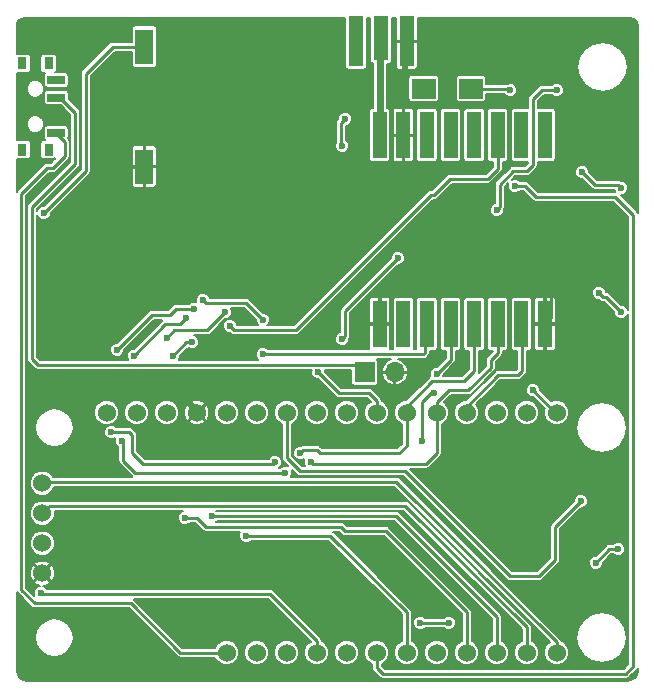
<source format=gbr>
G04 #@! TF.FileFunction,Copper,L2,Bot,Signal*
%FSLAX46Y46*%
G04 Gerber Fmt 4.6, Leading zero omitted, Abs format (unit mm)*
G04 Created by KiCad (PCBNEW 4.0.4-stable) date 04/18/19 20:28:09*
%MOMM*%
%LPD*%
G01*
G04 APERTURE LIST*
%ADD10C,0.100000*%
%ADD11R,1.270000X4.191000*%
%ADD12R,1.270000X3.683000*%
%ADD13R,1.200000X4.000000*%
%ADD14R,1.700000X1.700000*%
%ADD15O,1.700000X1.700000*%
%ADD16C,1.524000*%
%ADD17R,1.500000X0.700000*%
%ADD18R,0.800000X1.000000*%
%ADD19R,1.500000X3.000000*%
%ADD20R,2.000000X1.700000*%
%ADD21C,0.600000*%
%ADD22C,0.250000*%
%ADD23C,0.600000*%
%ADD24C,0.200000*%
G04 APERTURE END LIST*
D10*
D11*
X126885700Y-36893500D03*
X131178300Y-36893500D03*
D12*
X129032000Y-36639500D03*
D13*
X142890000Y-60832000D03*
X140890000Y-60832000D03*
X138890000Y-60832000D03*
X136890000Y-60832000D03*
X134890000Y-60832000D03*
X132890000Y-60832000D03*
X130890000Y-60832000D03*
X128890000Y-60832000D03*
X128890000Y-44832000D03*
X130890000Y-44832000D03*
X132890000Y-44832000D03*
X134890000Y-44832000D03*
X136890000Y-44832000D03*
X138890000Y-44832000D03*
X140890000Y-44832000D03*
X142890000Y-44832000D03*
D14*
X127635000Y-64897000D03*
D15*
X130175000Y-64897000D03*
D16*
X100330000Y-81915000D03*
X100330000Y-79375000D03*
X100330000Y-76835000D03*
X100330000Y-74295000D03*
D17*
X101506000Y-44668000D03*
X101506000Y-41668000D03*
X101506000Y-40168000D03*
D18*
X98646000Y-46068000D03*
X98646000Y-38768000D03*
X100856000Y-38768000D03*
X100856000Y-46068000D03*
D16*
X105791000Y-68326000D03*
X108331000Y-68326000D03*
X110871000Y-68326000D03*
X113411000Y-68326000D03*
X115951000Y-68326000D03*
X118491000Y-68326000D03*
X121031000Y-68326000D03*
X123571000Y-68326000D03*
X126111000Y-68326000D03*
X128651000Y-68326000D03*
X131191000Y-68326000D03*
X133731000Y-68326000D03*
X136271000Y-68326000D03*
X138811000Y-68326000D03*
X141351000Y-68326000D03*
X143891000Y-68326000D03*
X143891000Y-88646000D03*
X141351000Y-88646000D03*
X138811000Y-88646000D03*
X136271000Y-88646000D03*
X133731000Y-88646000D03*
X131191000Y-88646000D03*
X128651000Y-88646000D03*
X126111000Y-88646000D03*
X123571000Y-88646000D03*
X121031000Y-88646000D03*
X118491000Y-88646000D03*
X115951000Y-88646000D03*
D19*
X108966000Y-47498000D03*
X108966000Y-37338000D03*
D20*
X136620000Y-40894000D03*
X132620000Y-40894000D03*
D21*
X138417000Y-38861000D03*
X130937000Y-44577000D03*
X127000000Y-42291000D03*
X122555000Y-46228000D03*
X102997000Y-63627000D03*
X102997000Y-65278000D03*
X144145000Y-83947000D03*
X128778000Y-61087000D03*
X115824000Y-49657000D03*
X117348000Y-49657000D03*
X108966000Y-47498000D03*
X139954000Y-41021000D03*
X115824000Y-59817000D03*
X110871000Y-61976000D03*
X136906000Y-44323000D03*
X116205000Y-60960000D03*
X118999000Y-63373000D03*
X123698000Y-64897000D03*
X118999000Y-60452000D03*
X113919000Y-58801000D03*
X122174000Y-71755000D03*
X120015000Y-72517000D03*
X106172000Y-69977000D03*
X106680000Y-62992000D03*
X113157000Y-59563000D03*
X123063000Y-72517000D03*
X120904000Y-73406000D03*
X107061000Y-70739000D03*
X108077000Y-63500000D03*
X112522000Y-60325000D03*
X114681000Y-77089000D03*
X113030000Y-62357000D03*
X111379000Y-63500000D03*
X112395000Y-77216000D03*
X133731000Y-65024000D03*
X133477000Y-66675000D03*
X132461000Y-70739000D03*
X117602000Y-78740000D03*
X125730000Y-62103000D03*
X130429000Y-55245000D03*
X141859000Y-66421000D03*
X140335000Y-49149000D03*
X145919747Y-75822253D03*
X100457000Y-51435000D03*
X100203000Y-83566000D03*
X138811000Y-51181000D03*
X143891000Y-41021000D03*
X132588000Y-40894000D03*
X125984000Y-43434000D03*
X125730000Y-45720000D03*
X146050000Y-47974000D03*
X147447000Y-58166000D03*
X149352000Y-59817000D03*
X149352000Y-49276000D03*
X132334000Y-86106000D03*
X134747000Y-86106000D03*
X147193000Y-81026000D03*
X149098000Y-79883000D03*
D22*
X131178300Y-36893500D02*
X136461500Y-36893500D01*
X137922000Y-38354000D02*
X136461500Y-36893500D01*
X137922000Y-38366000D02*
X137922000Y-38354000D01*
X137922000Y-38366000D02*
X138417000Y-38861000D01*
X130890000Y-44832000D02*
X130890000Y-37181800D01*
X130890000Y-37181800D02*
X131178300Y-36893500D01*
X130937000Y-44577000D02*
X130890000Y-44624000D01*
X124079000Y-42291000D02*
X127000000Y-42291000D01*
X122936000Y-43434000D02*
X124079000Y-42291000D01*
X122936000Y-45847000D02*
X122936000Y-43434000D01*
X122555000Y-46228000D02*
X122936000Y-45847000D01*
X130890000Y-44624000D02*
X130890000Y-44832000D01*
X128890000Y-60832000D02*
X128890000Y-58054000D01*
X143383000Y-58166000D02*
X143383000Y-60339000D01*
X143002000Y-57785000D02*
X143383000Y-58166000D01*
X142113000Y-57785000D02*
X143002000Y-57785000D01*
X141097000Y-56769000D02*
X142113000Y-57785000D01*
X130175000Y-56769000D02*
X141097000Y-56769000D01*
X128890000Y-58054000D02*
X130175000Y-56769000D01*
X143383000Y-60339000D02*
X142890000Y-60832000D01*
X113411000Y-68326000D02*
X113411000Y-67945000D01*
X113411000Y-67945000D02*
X110744000Y-65278000D01*
X107823000Y-47498000D02*
X108966000Y-47498000D01*
X105156000Y-50165000D02*
X107823000Y-47498000D01*
X105156000Y-61468000D02*
X105156000Y-50165000D01*
X102997000Y-63627000D02*
X105156000Y-61468000D01*
X110744000Y-65278000D02*
X102997000Y-65278000D01*
X142890000Y-60832000D02*
X147065000Y-60832000D01*
X145669000Y-83947000D02*
X144145000Y-83947000D01*
X147574000Y-82042000D02*
X145669000Y-83947000D01*
X149225000Y-82042000D02*
X147574000Y-82042000D01*
X149860000Y-81407000D02*
X149225000Y-82042000D01*
X149860000Y-63627000D02*
X149860000Y-81407000D01*
X147065000Y-60832000D02*
X149860000Y-63627000D01*
X128778000Y-61087000D02*
X128890000Y-60975000D01*
X128890000Y-60975000D02*
X128890000Y-60832000D01*
X115824000Y-49657000D02*
X117348000Y-49657000D01*
D23*
X128890000Y-44832000D02*
X128890000Y-36781500D01*
X128890000Y-36781500D02*
X129032000Y-36639500D01*
D22*
X136620000Y-40894000D02*
X139827000Y-40894000D01*
X139827000Y-40894000D02*
X139954000Y-41021000D01*
X114300000Y-61341000D02*
X115824000Y-59817000D01*
X111506000Y-61341000D02*
X114300000Y-61341000D01*
X110871000Y-61976000D02*
X111506000Y-61341000D01*
X136906000Y-44323000D02*
X136890000Y-44339000D01*
X136890000Y-44339000D02*
X136890000Y-44832000D01*
X138890000Y-47673000D02*
X138890000Y-44832000D01*
X138049000Y-48514000D02*
X138890000Y-47673000D01*
X134874000Y-48514000D02*
X138049000Y-48514000D01*
X133477000Y-49911000D02*
X134874000Y-48514000D01*
X133223000Y-49911000D02*
X133477000Y-49911000D01*
X121793000Y-61341000D02*
X133223000Y-49911000D01*
X116586000Y-61341000D02*
X121793000Y-61341000D01*
X116205000Y-60960000D02*
X116586000Y-61341000D01*
X132715000Y-63246000D02*
X132715000Y-61007000D01*
X132588000Y-63373000D02*
X132715000Y-63246000D01*
X129921000Y-63373000D02*
X132588000Y-63373000D01*
X118999000Y-63373000D02*
X129921000Y-63373000D01*
X132715000Y-61007000D02*
X132890000Y-60832000D01*
X128651000Y-67310000D02*
X128651000Y-68326000D01*
X128016000Y-66675000D02*
X128651000Y-67310000D01*
X125476000Y-66675000D02*
X128016000Y-66675000D01*
X123698000Y-64897000D02*
X125476000Y-66675000D01*
X117602000Y-59055000D02*
X118999000Y-60452000D01*
X114173000Y-59055000D02*
X117602000Y-59055000D01*
X113919000Y-58801000D02*
X114173000Y-59055000D01*
X131191000Y-71120000D02*
X131191000Y-68326000D01*
X130556000Y-71755000D02*
X131191000Y-71120000D01*
X123825000Y-71755000D02*
X130556000Y-71755000D01*
X123571000Y-71501000D02*
X123825000Y-71755000D01*
X122428000Y-71501000D02*
X123571000Y-71501000D01*
X122174000Y-71755000D02*
X122428000Y-71501000D01*
X119888000Y-72644000D02*
X120015000Y-72517000D01*
X108839000Y-72644000D02*
X119888000Y-72644000D01*
X107950000Y-71755000D02*
X108839000Y-72644000D01*
X107950000Y-70231000D02*
X107950000Y-71755000D01*
X107696000Y-69977000D02*
X107950000Y-70231000D01*
X106172000Y-69977000D02*
X107696000Y-69977000D01*
X109601000Y-60071000D02*
X106680000Y-62992000D01*
X111125000Y-60071000D02*
X109601000Y-60071000D01*
X111633000Y-59563000D02*
X111125000Y-60071000D01*
X113157000Y-59563000D02*
X111633000Y-59563000D01*
X136890000Y-60832000D02*
X136890000Y-64786000D01*
X133350000Y-65659000D02*
X131191000Y-67818000D01*
X136017000Y-65659000D02*
X133350000Y-65659000D01*
X136890000Y-64786000D02*
X136017000Y-65659000D01*
X131191000Y-67818000D02*
X131191000Y-68326000D01*
X133731000Y-71755000D02*
X133731000Y-68326000D01*
X132842000Y-72644000D02*
X133731000Y-71755000D01*
X123190000Y-72644000D02*
X132842000Y-72644000D01*
X123063000Y-72517000D02*
X123190000Y-72644000D01*
X108204000Y-73406000D02*
X120904000Y-73406000D01*
X107188000Y-72390000D02*
X108204000Y-73406000D01*
X107188000Y-70866000D02*
X107188000Y-72390000D01*
X107061000Y-70739000D02*
X107188000Y-70866000D01*
X110744000Y-60833000D02*
X108077000Y-63500000D01*
X112014000Y-60833000D02*
X110744000Y-60833000D01*
X112522000Y-60325000D02*
X112014000Y-60833000D01*
X133731000Y-68326000D02*
X133731000Y-67437000D01*
X138890000Y-63294000D02*
X138890000Y-60832000D01*
X138303000Y-63881000D02*
X138890000Y-63294000D01*
X138303000Y-64516000D02*
X138303000Y-63881000D01*
X136398000Y-66421000D02*
X138303000Y-64516000D01*
X134747000Y-66421000D02*
X136398000Y-66421000D01*
X133731000Y-67437000D02*
X134747000Y-66421000D01*
X136271000Y-68326000D02*
X136271000Y-67818000D01*
X136271000Y-67818000D02*
X138938000Y-65151000D01*
X138938000Y-65151000D02*
X140589000Y-65151000D01*
X140589000Y-65151000D02*
X140970000Y-64770000D01*
X140970000Y-64770000D02*
X140970000Y-60912000D01*
X140970000Y-60912000D02*
X140890000Y-60832000D01*
X138811000Y-88646000D02*
X138811000Y-85598000D01*
X130302000Y-77089000D02*
X114681000Y-77089000D01*
X138811000Y-85598000D02*
X130302000Y-77089000D01*
X136271000Y-88646000D02*
X136271000Y-85217000D01*
X112522000Y-62357000D02*
X113030000Y-62357000D01*
X111379000Y-63500000D02*
X112522000Y-62357000D01*
X113411000Y-77216000D02*
X112395000Y-77216000D01*
X114173000Y-77978000D02*
X113411000Y-77216000D01*
X125603000Y-77978000D02*
X114173000Y-77978000D01*
X125984000Y-78359000D02*
X125603000Y-77978000D01*
X129413000Y-78359000D02*
X125984000Y-78359000D01*
X136271000Y-85217000D02*
X129413000Y-78359000D01*
X134890000Y-63865000D02*
X134890000Y-60832000D01*
X133731000Y-65024000D02*
X134890000Y-63865000D01*
X133223000Y-66675000D02*
X133477000Y-66675000D01*
X132461000Y-67437000D02*
X133223000Y-66675000D01*
X132461000Y-68961000D02*
X132461000Y-67437000D01*
X132461000Y-70739000D02*
X132461000Y-68961000D01*
X131191000Y-88646000D02*
X131191000Y-85217000D01*
X124714000Y-78740000D02*
X117602000Y-78740000D01*
X131191000Y-85217000D02*
X124714000Y-78740000D01*
X101506000Y-41668000D02*
X101866000Y-41668000D01*
X101866000Y-41668000D02*
X103124000Y-42926000D01*
X103124000Y-42926000D02*
X103124000Y-47244000D01*
X103124000Y-47244000D02*
X99441000Y-50927000D01*
X99441000Y-50927000D02*
X99441000Y-63754000D01*
X99441000Y-63754000D02*
X99949000Y-64262000D01*
X99949000Y-64262000D02*
X127000000Y-64262000D01*
X127000000Y-64262000D02*
X127635000Y-64897000D01*
X125730000Y-62103000D02*
X125984000Y-61849000D01*
X125984000Y-61849000D02*
X125984000Y-59690000D01*
X125984000Y-59690000D02*
X130429000Y-55245000D01*
X141859000Y-66421000D02*
X143764000Y-68326000D01*
X143764000Y-68326000D02*
X143891000Y-68326000D01*
X128651000Y-88646000D02*
X128651000Y-89916000D01*
X141224000Y-49149000D02*
X140335000Y-49149000D01*
X142113000Y-50038000D02*
X141224000Y-49149000D01*
X148844000Y-50038000D02*
X142113000Y-50038000D01*
X150368000Y-51562000D02*
X148844000Y-50038000D01*
X150368000Y-89789000D02*
X150368000Y-51562000D01*
X149733000Y-90424000D02*
X150368000Y-89789000D01*
X129159000Y-90424000D02*
X149733000Y-90424000D01*
X128651000Y-89916000D02*
X129159000Y-90424000D01*
X121031000Y-68326000D02*
X121031000Y-72136000D01*
X122174000Y-73279000D02*
X121031000Y-72136000D01*
X131064000Y-73279000D02*
X122174000Y-73279000D01*
X139954000Y-82169000D02*
X131064000Y-73279000D01*
X142367000Y-82169000D02*
X139954000Y-82169000D01*
X143764000Y-80772000D02*
X142367000Y-82169000D01*
X143764000Y-77978000D02*
X143764000Y-80772000D01*
X143764000Y-77978000D02*
X145919747Y-75822253D01*
X143891000Y-88646000D02*
X143891000Y-87757000D01*
X130302000Y-74168000D02*
X100457000Y-74168000D01*
X143891000Y-87757000D02*
X130302000Y-74168000D01*
X100457000Y-74168000D02*
X100330000Y-74295000D01*
X141351000Y-88646000D02*
X141351000Y-86487000D01*
X100965000Y-76200000D02*
X100330000Y-76835000D01*
X131064000Y-76200000D02*
X100965000Y-76200000D01*
X141351000Y-86487000D02*
X131064000Y-76200000D01*
X115951000Y-88646000D02*
X112014000Y-88646000D01*
X102235000Y-45397000D02*
X101506000Y-44668000D01*
X102235000Y-46609000D02*
X102235000Y-45397000D01*
X101219000Y-47625000D02*
X102235000Y-46609000D01*
X100711000Y-47625000D02*
X101219000Y-47625000D01*
X98552000Y-49784000D02*
X100711000Y-47625000D01*
X98552000Y-83312000D02*
X98552000Y-49784000D01*
X99695000Y-84455000D02*
X98552000Y-83312000D01*
X107823000Y-84455000D02*
X99695000Y-84455000D01*
X112014000Y-88646000D02*
X107823000Y-84455000D01*
X123571000Y-88646000D02*
X123571000Y-87630000D01*
X106299000Y-37338000D02*
X108966000Y-37338000D01*
X104013000Y-39624000D02*
X106299000Y-37338000D01*
X104013000Y-47879000D02*
X104013000Y-39624000D01*
X100457000Y-51435000D02*
X104013000Y-47879000D01*
X100330000Y-83693000D02*
X100203000Y-83566000D01*
X119634000Y-83693000D02*
X100330000Y-83693000D01*
X123571000Y-87630000D02*
X119634000Y-83693000D01*
X138811000Y-51181000D02*
X139065000Y-50927000D01*
X139065000Y-50927000D02*
X139065000Y-49022000D01*
X139065000Y-49022000D02*
X140208000Y-47879000D01*
X140208000Y-47879000D02*
X141351000Y-47879000D01*
X141351000Y-47879000D02*
X141859000Y-47371000D01*
X141859000Y-47371000D02*
X141859000Y-41783000D01*
X141859000Y-41783000D02*
X142621000Y-41021000D01*
X142621000Y-41021000D02*
X143891000Y-41021000D01*
X132588000Y-40894000D02*
X132620000Y-40894000D01*
X125603000Y-43815000D02*
X125984000Y-43434000D01*
X125603000Y-45593000D02*
X125603000Y-43815000D01*
X125730000Y-45720000D02*
X125603000Y-45593000D01*
X147828000Y-58547000D02*
X147447000Y-58166000D01*
X148082000Y-58547000D02*
X147828000Y-58547000D01*
X149352000Y-59817000D02*
X148082000Y-58547000D01*
X149098000Y-49022000D02*
X149352000Y-49276000D01*
X147098000Y-49022000D02*
X149098000Y-49022000D01*
X147098000Y-49022000D02*
X146050000Y-47974000D01*
X132334000Y-86106000D02*
X134747000Y-86106000D01*
X147193000Y-81026000D02*
X148336000Y-79883000D01*
X148336000Y-79883000D02*
X149098000Y-79883000D01*
D24*
G36*
X125944823Y-38989000D02*
X125965742Y-39100173D01*
X126031445Y-39202279D01*
X126131697Y-39270778D01*
X126250700Y-39294877D01*
X127520700Y-39294877D01*
X127631873Y-39273958D01*
X127733979Y-39208255D01*
X127802478Y-39108003D01*
X127826577Y-38989000D01*
X127826577Y-34919000D01*
X128091123Y-34919000D01*
X128091123Y-38481000D01*
X128112042Y-38592173D01*
X128177745Y-38694279D01*
X128277997Y-38762778D01*
X128290000Y-38765209D01*
X128290000Y-42526123D01*
X128178827Y-42547042D01*
X128076721Y-42612745D01*
X128008222Y-42712997D01*
X127984123Y-42832000D01*
X127984123Y-46832000D01*
X128005042Y-46943173D01*
X128070745Y-47045279D01*
X128170997Y-47113778D01*
X128290000Y-47137877D01*
X129490000Y-47137877D01*
X129601173Y-47116958D01*
X129703279Y-47051255D01*
X129771778Y-46951003D01*
X129795877Y-46832000D01*
X129795877Y-44957000D01*
X129990000Y-44957000D01*
X129990000Y-46891674D01*
X130035672Y-47001937D01*
X130120064Y-47086328D01*
X130230327Y-47132000D01*
X130765000Y-47132000D01*
X130840000Y-47057000D01*
X130840000Y-44882000D01*
X130940000Y-44882000D01*
X130940000Y-47057000D01*
X131015000Y-47132000D01*
X131549673Y-47132000D01*
X131659936Y-47086328D01*
X131744328Y-47001937D01*
X131790000Y-46891674D01*
X131790000Y-44957000D01*
X131715000Y-44882000D01*
X130940000Y-44882000D01*
X130840000Y-44882000D01*
X130065000Y-44882000D01*
X129990000Y-44957000D01*
X129795877Y-44957000D01*
X129795877Y-42832000D01*
X129784649Y-42772326D01*
X129990000Y-42772326D01*
X129990000Y-44707000D01*
X130065000Y-44782000D01*
X130840000Y-44782000D01*
X130840000Y-42607000D01*
X130940000Y-42607000D01*
X130940000Y-44782000D01*
X131715000Y-44782000D01*
X131790000Y-44707000D01*
X131790000Y-42832000D01*
X131984123Y-42832000D01*
X131984123Y-46832000D01*
X132005042Y-46943173D01*
X132070745Y-47045279D01*
X132170997Y-47113778D01*
X132290000Y-47137877D01*
X133490000Y-47137877D01*
X133601173Y-47116958D01*
X133703279Y-47051255D01*
X133771778Y-46951003D01*
X133795877Y-46832000D01*
X133795877Y-42832000D01*
X133984123Y-42832000D01*
X133984123Y-46832000D01*
X134005042Y-46943173D01*
X134070745Y-47045279D01*
X134170997Y-47113778D01*
X134290000Y-47137877D01*
X135490000Y-47137877D01*
X135601173Y-47116958D01*
X135703279Y-47051255D01*
X135771778Y-46951003D01*
X135795877Y-46832000D01*
X135795877Y-42832000D01*
X135984123Y-42832000D01*
X135984123Y-46832000D01*
X136005042Y-46943173D01*
X136070745Y-47045279D01*
X136170997Y-47113778D01*
X136290000Y-47137877D01*
X137490000Y-47137877D01*
X137601173Y-47116958D01*
X137703279Y-47051255D01*
X137771778Y-46951003D01*
X137795877Y-46832000D01*
X137795877Y-42832000D01*
X137774958Y-42720827D01*
X137709255Y-42618721D01*
X137609003Y-42550222D01*
X137490000Y-42526123D01*
X136290000Y-42526123D01*
X136178827Y-42547042D01*
X136076721Y-42612745D01*
X136008222Y-42712997D01*
X135984123Y-42832000D01*
X135795877Y-42832000D01*
X135774958Y-42720827D01*
X135709255Y-42618721D01*
X135609003Y-42550222D01*
X135490000Y-42526123D01*
X134290000Y-42526123D01*
X134178827Y-42547042D01*
X134076721Y-42612745D01*
X134008222Y-42712997D01*
X133984123Y-42832000D01*
X133795877Y-42832000D01*
X133774958Y-42720827D01*
X133709255Y-42618721D01*
X133609003Y-42550222D01*
X133490000Y-42526123D01*
X132290000Y-42526123D01*
X132178827Y-42547042D01*
X132076721Y-42612745D01*
X132008222Y-42712997D01*
X131984123Y-42832000D01*
X131790000Y-42832000D01*
X131790000Y-42772326D01*
X131744328Y-42662063D01*
X131659936Y-42577672D01*
X131549673Y-42532000D01*
X131015000Y-42532000D01*
X130940000Y-42607000D01*
X130840000Y-42607000D01*
X130765000Y-42532000D01*
X130230327Y-42532000D01*
X130120064Y-42577672D01*
X130035672Y-42662063D01*
X129990000Y-42772326D01*
X129784649Y-42772326D01*
X129774958Y-42720827D01*
X129709255Y-42618721D01*
X129609003Y-42550222D01*
X129490000Y-42526123D01*
X129490000Y-40044000D01*
X131314123Y-40044000D01*
X131314123Y-41744000D01*
X131335042Y-41855173D01*
X131400745Y-41957279D01*
X131500997Y-42025778D01*
X131620000Y-42049877D01*
X133620000Y-42049877D01*
X133731173Y-42028958D01*
X133833279Y-41963255D01*
X133901778Y-41863003D01*
X133925877Y-41744000D01*
X133925877Y-40044000D01*
X135314123Y-40044000D01*
X135314123Y-41744000D01*
X135335042Y-41855173D01*
X135400745Y-41957279D01*
X135500997Y-42025778D01*
X135620000Y-42049877D01*
X137620000Y-42049877D01*
X137731173Y-42028958D01*
X137833279Y-41963255D01*
X137901778Y-41863003D01*
X137925877Y-41744000D01*
X137925877Y-41319000D01*
X139427930Y-41319000D01*
X139445048Y-41360429D01*
X139613683Y-41529359D01*
X139834129Y-41620896D01*
X140072824Y-41621104D01*
X140293429Y-41529952D01*
X140462359Y-41361317D01*
X140553896Y-41140871D01*
X140554104Y-40902176D01*
X140462952Y-40681571D01*
X140294317Y-40512641D01*
X140073871Y-40421104D01*
X139835176Y-40420896D01*
X139718755Y-40469000D01*
X137925877Y-40469000D01*
X137925877Y-40044000D01*
X137904958Y-39932827D01*
X137839255Y-39830721D01*
X137739003Y-39762222D01*
X137620000Y-39738123D01*
X135620000Y-39738123D01*
X135508827Y-39759042D01*
X135406721Y-39824745D01*
X135338222Y-39924997D01*
X135314123Y-40044000D01*
X133925877Y-40044000D01*
X133904958Y-39932827D01*
X133839255Y-39830721D01*
X133739003Y-39762222D01*
X133620000Y-39738123D01*
X131620000Y-39738123D01*
X131508827Y-39759042D01*
X131406721Y-39824745D01*
X131338222Y-39924997D01*
X131314123Y-40044000D01*
X129490000Y-40044000D01*
X129490000Y-38786877D01*
X129667000Y-38786877D01*
X129778173Y-38765958D01*
X129880279Y-38700255D01*
X129948778Y-38600003D01*
X129972877Y-38481000D01*
X129972877Y-37018500D01*
X130243300Y-37018500D01*
X130243300Y-39048673D01*
X130288972Y-39158936D01*
X130373363Y-39243328D01*
X130483626Y-39289000D01*
X131053300Y-39289000D01*
X131128300Y-39214000D01*
X131128300Y-36943500D01*
X131228300Y-36943500D01*
X131228300Y-39214000D01*
X131303300Y-39289000D01*
X131872974Y-39289000D01*
X131983237Y-39243328D01*
X132067628Y-39158936D01*
X132111714Y-39052500D01*
X145637774Y-39052500D01*
X145799661Y-39866363D01*
X146260678Y-40556322D01*
X146950637Y-41017339D01*
X147764500Y-41179226D01*
X148578363Y-41017339D01*
X149268322Y-40556322D01*
X149729339Y-39866363D01*
X149891226Y-39052500D01*
X149729339Y-38238637D01*
X149268322Y-37548678D01*
X148578363Y-37087661D01*
X147764500Y-36925774D01*
X146950637Y-37087661D01*
X146260678Y-37548678D01*
X145799661Y-38238637D01*
X145637774Y-39052500D01*
X132111714Y-39052500D01*
X132113300Y-39048673D01*
X132113300Y-37018500D01*
X132038300Y-36943500D01*
X131228300Y-36943500D01*
X131128300Y-36943500D01*
X130318300Y-36943500D01*
X130243300Y-37018500D01*
X129972877Y-37018500D01*
X129972877Y-34919000D01*
X130243300Y-34919000D01*
X130243300Y-36768500D01*
X130318300Y-36843500D01*
X131128300Y-36843500D01*
X131128300Y-36823500D01*
X131228300Y-36823500D01*
X131228300Y-36843500D01*
X132038300Y-36843500D01*
X132113300Y-36768500D01*
X132113300Y-34919000D01*
X150077063Y-34919000D01*
X150356489Y-34974581D01*
X150562060Y-35111940D01*
X150699419Y-35317512D01*
X150755000Y-35596936D01*
X150755000Y-51390906D01*
X150705067Y-51316176D01*
X150668520Y-51261479D01*
X149282980Y-49875940D01*
X149470824Y-49876104D01*
X149691429Y-49784952D01*
X149860359Y-49616317D01*
X149951896Y-49395871D01*
X149952104Y-49157176D01*
X149860952Y-48936571D01*
X149692317Y-48767641D01*
X149471871Y-48676104D01*
X149330426Y-48675981D01*
X149260641Y-48629351D01*
X149233657Y-48623984D01*
X149098000Y-48597000D01*
X147274041Y-48597000D01*
X146650001Y-47972961D01*
X146650104Y-47855176D01*
X146558952Y-47634571D01*
X146390317Y-47465641D01*
X146169871Y-47374104D01*
X145931176Y-47373896D01*
X145710571Y-47465048D01*
X145541641Y-47633683D01*
X145450104Y-47854129D01*
X145449896Y-48092824D01*
X145541048Y-48313429D01*
X145709683Y-48482359D01*
X145930129Y-48573896D01*
X146048959Y-48574000D01*
X146797480Y-49322521D01*
X146935359Y-49414649D01*
X147098000Y-49447000D01*
X148773455Y-49447000D01*
X148842044Y-49613000D01*
X142289040Y-49613000D01*
X141524520Y-48848480D01*
X141386641Y-48756351D01*
X141359657Y-48750984D01*
X141224000Y-48724000D01*
X140758530Y-48724000D01*
X140675317Y-48640641D01*
X140454871Y-48549104D01*
X140216176Y-48548896D01*
X140084903Y-48603137D01*
X140384040Y-48304000D01*
X141351000Y-48304000D01*
X141486657Y-48277016D01*
X141513641Y-48271649D01*
X141651520Y-48179520D01*
X142159520Y-47671521D01*
X142251648Y-47533641D01*
X142251649Y-47533640D01*
X142284000Y-47371000D01*
X142284000Y-47136662D01*
X142290000Y-47137877D01*
X143490000Y-47137877D01*
X143601173Y-47116958D01*
X143703279Y-47051255D01*
X143771778Y-46951003D01*
X143795877Y-46832000D01*
X143795877Y-42832000D01*
X143774958Y-42720827D01*
X143709255Y-42618721D01*
X143609003Y-42550222D01*
X143490000Y-42526123D01*
X142290000Y-42526123D01*
X142284000Y-42527252D01*
X142284000Y-41959040D01*
X142797041Y-41446000D01*
X143467470Y-41446000D01*
X143550683Y-41529359D01*
X143771129Y-41620896D01*
X144009824Y-41621104D01*
X144230429Y-41529952D01*
X144399359Y-41361317D01*
X144490896Y-41140871D01*
X144491104Y-40902176D01*
X144399952Y-40681571D01*
X144231317Y-40512641D01*
X144010871Y-40421104D01*
X143772176Y-40420896D01*
X143551571Y-40512048D01*
X143467472Y-40596000D01*
X142621000Y-40596000D01*
X142458359Y-40628351D01*
X142320480Y-40720479D01*
X141558480Y-41482480D01*
X141466351Y-41620359D01*
X141466351Y-41620360D01*
X141434000Y-41783000D01*
X141434000Y-42526123D01*
X140290000Y-42526123D01*
X140178827Y-42547042D01*
X140076721Y-42612745D01*
X140008222Y-42712997D01*
X139984123Y-42832000D01*
X139984123Y-46832000D01*
X140005042Y-46943173D01*
X140070745Y-47045279D01*
X140170997Y-47113778D01*
X140290000Y-47137877D01*
X141434000Y-47137877D01*
X141434000Y-47194959D01*
X141174960Y-47454000D01*
X140208000Y-47454000D01*
X140072343Y-47480984D01*
X140045359Y-47486351D01*
X139907480Y-47578480D01*
X138764480Y-48721480D01*
X138672351Y-48859359D01*
X138672351Y-48859360D01*
X138640000Y-49022000D01*
X138640000Y-50602455D01*
X138471571Y-50672048D01*
X138302641Y-50840683D01*
X138211104Y-51061129D01*
X138210896Y-51299824D01*
X138302048Y-51520429D01*
X138470683Y-51689359D01*
X138691129Y-51780896D01*
X138929824Y-51781104D01*
X139150429Y-51689952D01*
X139319359Y-51521317D01*
X139410896Y-51300871D01*
X139411019Y-51159426D01*
X139457648Y-51089641D01*
X139457649Y-51089640D01*
X139490000Y-50927000D01*
X139490000Y-49198040D01*
X139789208Y-48898832D01*
X139735104Y-49029129D01*
X139734896Y-49267824D01*
X139826048Y-49488429D01*
X139994683Y-49657359D01*
X140215129Y-49748896D01*
X140453824Y-49749104D01*
X140674429Y-49657952D01*
X140758528Y-49574000D01*
X141047960Y-49574000D01*
X141812480Y-50338520D01*
X141950359Y-50430649D01*
X142113000Y-50463000D01*
X148667960Y-50463000D01*
X149943000Y-51738041D01*
X149943000Y-59676143D01*
X149860952Y-59477571D01*
X149692317Y-59308641D01*
X149471871Y-59217104D01*
X149353041Y-59217000D01*
X148382520Y-58246480D01*
X148244641Y-58154351D01*
X148217657Y-58148984D01*
X148082000Y-58122000D01*
X148047039Y-58122000D01*
X148047104Y-58047176D01*
X147955952Y-57826571D01*
X147787317Y-57657641D01*
X147566871Y-57566104D01*
X147328176Y-57565896D01*
X147107571Y-57657048D01*
X146938641Y-57825683D01*
X146847104Y-58046129D01*
X146846896Y-58284824D01*
X146938048Y-58505429D01*
X147106683Y-58674359D01*
X147327129Y-58765896D01*
X147445959Y-58766000D01*
X147527479Y-58847520D01*
X147594586Y-58892359D01*
X147665360Y-58939649D01*
X147828000Y-58972000D01*
X147905960Y-58972000D01*
X148751999Y-59818039D01*
X148751896Y-59935824D01*
X148843048Y-60156429D01*
X149011683Y-60325359D01*
X149232129Y-60416896D01*
X149470824Y-60417104D01*
X149691429Y-60325952D01*
X149860359Y-60157317D01*
X149943000Y-59958295D01*
X149943000Y-89612959D01*
X149556960Y-89999000D01*
X129335041Y-89999000D01*
X129076000Y-89739960D01*
X129076000Y-89619479D01*
X129251789Y-89546845D01*
X129550795Y-89248360D01*
X129712815Y-88858172D01*
X129713184Y-88435682D01*
X129551845Y-88045211D01*
X129253360Y-87746205D01*
X128863172Y-87584185D01*
X128440682Y-87583816D01*
X128050211Y-87745155D01*
X127751205Y-88043640D01*
X127589185Y-88433828D01*
X127588816Y-88856318D01*
X127750155Y-89246789D01*
X128048640Y-89545795D01*
X128226000Y-89619441D01*
X128226000Y-89916000D01*
X128235083Y-89961661D01*
X128258351Y-90078641D01*
X128350480Y-90216520D01*
X128858479Y-90724520D01*
X128905931Y-90756226D01*
X128996360Y-90816649D01*
X129159000Y-90849000D01*
X149733000Y-90849000D01*
X149868657Y-90822016D01*
X149895641Y-90816649D01*
X150033520Y-90724520D01*
X150668521Y-90089520D01*
X150755000Y-89960095D01*
X150755000Y-90133064D01*
X150680085Y-90509689D01*
X150487666Y-90797666D01*
X150199689Y-90990085D01*
X149823068Y-91065000D01*
X99096936Y-91065000D01*
X98720311Y-90990085D01*
X98432334Y-90797666D01*
X98239915Y-90509689D01*
X98165000Y-90133068D01*
X98165000Y-87376000D01*
X99701000Y-87376000D01*
X99826218Y-88005514D01*
X100182809Y-88539191D01*
X100716486Y-88895782D01*
X101346000Y-89021000D01*
X101975514Y-88895782D01*
X102509191Y-88539191D01*
X102865782Y-88005514D01*
X102991000Y-87376000D01*
X102865782Y-86746486D01*
X102509191Y-86212809D01*
X101975514Y-85856218D01*
X101346000Y-85731000D01*
X100716486Y-85856218D01*
X100182809Y-86212809D01*
X99826218Y-86746486D01*
X99701000Y-87376000D01*
X98165000Y-87376000D01*
X98165000Y-83483095D01*
X98251480Y-83612520D01*
X99394480Y-84755520D01*
X99532359Y-84847649D01*
X99559343Y-84853016D01*
X99695000Y-84880000D01*
X107646960Y-84880000D01*
X111713480Y-88946520D01*
X111851359Y-89038649D01*
X111878343Y-89044016D01*
X112014000Y-89071000D01*
X114977521Y-89071000D01*
X115050155Y-89246789D01*
X115348640Y-89545795D01*
X115738828Y-89707815D01*
X116161318Y-89708184D01*
X116551789Y-89546845D01*
X116850795Y-89248360D01*
X117012815Y-88858172D01*
X117012816Y-88856318D01*
X117428816Y-88856318D01*
X117590155Y-89246789D01*
X117888640Y-89545795D01*
X118278828Y-89707815D01*
X118701318Y-89708184D01*
X119091789Y-89546845D01*
X119390795Y-89248360D01*
X119552815Y-88858172D01*
X119552816Y-88856318D01*
X119968816Y-88856318D01*
X120130155Y-89246789D01*
X120428640Y-89545795D01*
X120818828Y-89707815D01*
X121241318Y-89708184D01*
X121631789Y-89546845D01*
X121930795Y-89248360D01*
X122092815Y-88858172D01*
X122093184Y-88435682D01*
X121931845Y-88045211D01*
X121633360Y-87746205D01*
X121243172Y-87584185D01*
X120820682Y-87583816D01*
X120430211Y-87745155D01*
X120131205Y-88043640D01*
X119969185Y-88433828D01*
X119968816Y-88856318D01*
X119552816Y-88856318D01*
X119553184Y-88435682D01*
X119391845Y-88045211D01*
X119093360Y-87746205D01*
X118703172Y-87584185D01*
X118280682Y-87583816D01*
X117890211Y-87745155D01*
X117591205Y-88043640D01*
X117429185Y-88433828D01*
X117428816Y-88856318D01*
X117012816Y-88856318D01*
X117013184Y-88435682D01*
X116851845Y-88045211D01*
X116553360Y-87746205D01*
X116163172Y-87584185D01*
X115740682Y-87583816D01*
X115350211Y-87745155D01*
X115051205Y-88043640D01*
X114977559Y-88221000D01*
X112190040Y-88221000D01*
X108123520Y-84154480D01*
X108068925Y-84118000D01*
X119457960Y-84118000D01*
X123051519Y-87711559D01*
X122970211Y-87745155D01*
X122671205Y-88043640D01*
X122509185Y-88433828D01*
X122508816Y-88856318D01*
X122670155Y-89246789D01*
X122968640Y-89545795D01*
X123358828Y-89707815D01*
X123781318Y-89708184D01*
X124171789Y-89546845D01*
X124470795Y-89248360D01*
X124632815Y-88858172D01*
X124632816Y-88856318D01*
X125048816Y-88856318D01*
X125210155Y-89246789D01*
X125508640Y-89545795D01*
X125898828Y-89707815D01*
X126321318Y-89708184D01*
X126711789Y-89546845D01*
X127010795Y-89248360D01*
X127172815Y-88858172D01*
X127173184Y-88435682D01*
X127011845Y-88045211D01*
X126713360Y-87746205D01*
X126323172Y-87584185D01*
X125900682Y-87583816D01*
X125510211Y-87745155D01*
X125211205Y-88043640D01*
X125049185Y-88433828D01*
X125048816Y-88856318D01*
X124632816Y-88856318D01*
X124633184Y-88435682D01*
X124471845Y-88045211D01*
X124173360Y-87746205D01*
X123996000Y-87672559D01*
X123996000Y-87630000D01*
X123986887Y-87584185D01*
X123963649Y-87467359D01*
X123871521Y-87329480D01*
X119934520Y-83392480D01*
X119796641Y-83300351D01*
X119769657Y-83294984D01*
X119634000Y-83268000D01*
X100729070Y-83268000D01*
X100711952Y-83226571D01*
X100543317Y-83057641D01*
X100348858Y-82976895D01*
X100548591Y-82975512D01*
X100925327Y-82819463D01*
X101006394Y-82662104D01*
X100330000Y-81985711D01*
X99653606Y-82662104D01*
X99734673Y-82819463D01*
X100095256Y-82965906D01*
X100084176Y-82965896D01*
X99863571Y-83057048D01*
X99694641Y-83225683D01*
X99603104Y-83446129D01*
X99602896Y-83684824D01*
X99657137Y-83816097D01*
X98977000Y-83135960D01*
X98977000Y-81711112D01*
X99266563Y-81711112D01*
X99269488Y-82133591D01*
X99425537Y-82510327D01*
X99582896Y-82591394D01*
X100259289Y-81915000D01*
X100400711Y-81915000D01*
X101077104Y-82591394D01*
X101234463Y-82510327D01*
X101393437Y-82118888D01*
X101390512Y-81696409D01*
X101234463Y-81319673D01*
X101077104Y-81238606D01*
X100400711Y-81915000D01*
X100259289Y-81915000D01*
X99582896Y-81238606D01*
X99425537Y-81319673D01*
X99266563Y-81711112D01*
X98977000Y-81711112D01*
X98977000Y-81167896D01*
X99653606Y-81167896D01*
X100330000Y-81844289D01*
X101006394Y-81167896D01*
X100925327Y-81010537D01*
X100533888Y-80851563D01*
X100111409Y-80854488D01*
X99734673Y-81010537D01*
X99653606Y-81167896D01*
X98977000Y-81167896D01*
X98977000Y-79585318D01*
X99267816Y-79585318D01*
X99429155Y-79975789D01*
X99727640Y-80274795D01*
X100117828Y-80436815D01*
X100540318Y-80437184D01*
X100930789Y-80275845D01*
X101229795Y-79977360D01*
X101391815Y-79587172D01*
X101392184Y-79164682D01*
X101230845Y-78774211D01*
X100932360Y-78475205D01*
X100542172Y-78313185D01*
X100119682Y-78312816D01*
X99729211Y-78474155D01*
X99430205Y-78772640D01*
X99268185Y-79162828D01*
X99267816Y-79585318D01*
X98977000Y-79585318D01*
X98977000Y-77045318D01*
X99267816Y-77045318D01*
X99429155Y-77435789D01*
X99727640Y-77734795D01*
X100117828Y-77896815D01*
X100540318Y-77897184D01*
X100930789Y-77735845D01*
X101229795Y-77437360D01*
X101391815Y-77047172D01*
X101392184Y-76625000D01*
X112254143Y-76625000D01*
X112055571Y-76707048D01*
X111886641Y-76875683D01*
X111795104Y-77096129D01*
X111794896Y-77334824D01*
X111886048Y-77555429D01*
X112054683Y-77724359D01*
X112275129Y-77815896D01*
X112513824Y-77816104D01*
X112734429Y-77724952D01*
X112818528Y-77641000D01*
X113234960Y-77641000D01*
X113872480Y-78278521D01*
X114010359Y-78370649D01*
X114173000Y-78403000D01*
X117092264Y-78403000D01*
X117002104Y-78620129D01*
X117001896Y-78858824D01*
X117093048Y-79079429D01*
X117261683Y-79248359D01*
X117482129Y-79339896D01*
X117720824Y-79340104D01*
X117941429Y-79248952D01*
X118025528Y-79165000D01*
X124537960Y-79165000D01*
X130766000Y-85393041D01*
X130766000Y-87672521D01*
X130590211Y-87745155D01*
X130291205Y-88043640D01*
X130129185Y-88433828D01*
X130128816Y-88856318D01*
X130290155Y-89246789D01*
X130588640Y-89545795D01*
X130978828Y-89707815D01*
X131401318Y-89708184D01*
X131791789Y-89546845D01*
X132090795Y-89248360D01*
X132252815Y-88858172D01*
X132252816Y-88856318D01*
X132668816Y-88856318D01*
X132830155Y-89246789D01*
X133128640Y-89545795D01*
X133518828Y-89707815D01*
X133941318Y-89708184D01*
X134331789Y-89546845D01*
X134630795Y-89248360D01*
X134792815Y-88858172D01*
X134793184Y-88435682D01*
X134631845Y-88045211D01*
X134333360Y-87746205D01*
X133943172Y-87584185D01*
X133520682Y-87583816D01*
X133130211Y-87745155D01*
X132831205Y-88043640D01*
X132669185Y-88433828D01*
X132668816Y-88856318D01*
X132252816Y-88856318D01*
X132253184Y-88435682D01*
X132091845Y-88045211D01*
X131793360Y-87746205D01*
X131616000Y-87672559D01*
X131616000Y-86224824D01*
X131733896Y-86224824D01*
X131825048Y-86445429D01*
X131993683Y-86614359D01*
X132214129Y-86705896D01*
X132452824Y-86706104D01*
X132673429Y-86614952D01*
X132757528Y-86531000D01*
X134323470Y-86531000D01*
X134406683Y-86614359D01*
X134627129Y-86705896D01*
X134865824Y-86706104D01*
X135086429Y-86614952D01*
X135255359Y-86446317D01*
X135346896Y-86225871D01*
X135347104Y-85987176D01*
X135255952Y-85766571D01*
X135087317Y-85597641D01*
X134866871Y-85506104D01*
X134628176Y-85505896D01*
X134407571Y-85597048D01*
X134323472Y-85681000D01*
X132757530Y-85681000D01*
X132674317Y-85597641D01*
X132453871Y-85506104D01*
X132215176Y-85505896D01*
X131994571Y-85597048D01*
X131825641Y-85765683D01*
X131734104Y-85986129D01*
X131733896Y-86224824D01*
X131616000Y-86224824D01*
X131616000Y-85217000D01*
X131583649Y-85054360D01*
X131553078Y-85008608D01*
X131491520Y-84916479D01*
X125014520Y-78439480D01*
X124959925Y-78403000D01*
X125426960Y-78403000D01*
X125683479Y-78659520D01*
X125775608Y-78721078D01*
X125821360Y-78751649D01*
X125984000Y-78784000D01*
X129236960Y-78784000D01*
X135846000Y-85393041D01*
X135846000Y-87672521D01*
X135670211Y-87745155D01*
X135371205Y-88043640D01*
X135209185Y-88433828D01*
X135208816Y-88856318D01*
X135370155Y-89246789D01*
X135668640Y-89545795D01*
X136058828Y-89707815D01*
X136481318Y-89708184D01*
X136871789Y-89546845D01*
X137170795Y-89248360D01*
X137332815Y-88858172D01*
X137333184Y-88435682D01*
X137171845Y-88045211D01*
X136873360Y-87746205D01*
X136696000Y-87672559D01*
X136696000Y-85217000D01*
X136663649Y-85054360D01*
X136663649Y-85054359D01*
X136571521Y-84916480D01*
X129713520Y-78058480D01*
X129575641Y-77966351D01*
X129548657Y-77960984D01*
X129413000Y-77934000D01*
X126160041Y-77934000D01*
X125903520Y-77677480D01*
X125765641Y-77585351D01*
X125738657Y-77579984D01*
X125603000Y-77553000D01*
X115065460Y-77553000D01*
X115104528Y-77514000D01*
X130125960Y-77514000D01*
X138386000Y-85774041D01*
X138386000Y-87672521D01*
X138210211Y-87745155D01*
X137911205Y-88043640D01*
X137749185Y-88433828D01*
X137748816Y-88856318D01*
X137910155Y-89246789D01*
X138208640Y-89545795D01*
X138598828Y-89707815D01*
X139021318Y-89708184D01*
X139411789Y-89546845D01*
X139710795Y-89248360D01*
X139872815Y-88858172D01*
X139873184Y-88435682D01*
X139711845Y-88045211D01*
X139413360Y-87746205D01*
X139236000Y-87672559D01*
X139236000Y-85598000D01*
X139203649Y-85435360D01*
X139166419Y-85379641D01*
X139111520Y-85297479D01*
X130602520Y-76788480D01*
X130464641Y-76696351D01*
X130437657Y-76690984D01*
X130302000Y-76664000D01*
X115104530Y-76664000D01*
X115065599Y-76625000D01*
X130887960Y-76625000D01*
X140926000Y-86663040D01*
X140926000Y-87672521D01*
X140750211Y-87745155D01*
X140451205Y-88043640D01*
X140289185Y-88433828D01*
X140288816Y-88856318D01*
X140450155Y-89246789D01*
X140748640Y-89545795D01*
X141138828Y-89707815D01*
X141561318Y-89708184D01*
X141951789Y-89546845D01*
X142250795Y-89248360D01*
X142412815Y-88858172D01*
X142413184Y-88435682D01*
X142251845Y-88045211D01*
X141953360Y-87746205D01*
X141776000Y-87672559D01*
X141776000Y-86487000D01*
X141759992Y-86406520D01*
X141743649Y-86324359D01*
X141651520Y-86186480D01*
X131364520Y-75899480D01*
X131226641Y-75807351D01*
X131199657Y-75801984D01*
X131064000Y-75775000D01*
X100965000Y-75775000D01*
X100802359Y-75807351D01*
X100734174Y-75852911D01*
X100542172Y-75773185D01*
X100119682Y-75772816D01*
X99729211Y-75934155D01*
X99430205Y-76232640D01*
X99268185Y-76622828D01*
X99267816Y-77045318D01*
X98977000Y-77045318D01*
X98977000Y-74505318D01*
X99267816Y-74505318D01*
X99429155Y-74895789D01*
X99727640Y-75194795D01*
X100117828Y-75356815D01*
X100540318Y-75357184D01*
X100930789Y-75195845D01*
X101229795Y-74897360D01*
X101356176Y-74593000D01*
X130125960Y-74593000D01*
X143284158Y-87751198D01*
X142991205Y-88043640D01*
X142829185Y-88433828D01*
X142828816Y-88856318D01*
X142990155Y-89246789D01*
X143288640Y-89545795D01*
X143678828Y-89707815D01*
X144101318Y-89708184D01*
X144491789Y-89546845D01*
X144790795Y-89248360D01*
X144952815Y-88858172D01*
X144953184Y-88435682D01*
X144791845Y-88045211D01*
X144493360Y-87746205D01*
X144297691Y-87664956D01*
X144283649Y-87594360D01*
X144283649Y-87594359D01*
X144191520Y-87456480D01*
X144111040Y-87376000D01*
X145546866Y-87376000D01*
X145710840Y-88200351D01*
X146177797Y-88899203D01*
X146876649Y-89366160D01*
X147701000Y-89530134D01*
X148525351Y-89366160D01*
X149224203Y-88899203D01*
X149691160Y-88200351D01*
X149855134Y-87376000D01*
X149691160Y-86551649D01*
X149224203Y-85852797D01*
X148525351Y-85385840D01*
X147701000Y-85221866D01*
X146876649Y-85385840D01*
X146177797Y-85852797D01*
X145710840Y-86551649D01*
X145546866Y-87376000D01*
X144111040Y-87376000D01*
X130602520Y-73867480D01*
X130464641Y-73775351D01*
X130437657Y-73769984D01*
X130302000Y-73743000D01*
X121413736Y-73743000D01*
X121503896Y-73525871D01*
X121504104Y-73287176D01*
X121449863Y-73155903D01*
X121873480Y-73579520D01*
X122011359Y-73671649D01*
X122038343Y-73677016D01*
X122174000Y-73704000D01*
X130887960Y-73704000D01*
X139653480Y-82469521D01*
X139791359Y-82561649D01*
X139954000Y-82594000D01*
X142367000Y-82594000D01*
X142502657Y-82567016D01*
X142529641Y-82561649D01*
X142667520Y-82469520D01*
X143992216Y-81144824D01*
X146592896Y-81144824D01*
X146684048Y-81365429D01*
X146852683Y-81534359D01*
X147073129Y-81625896D01*
X147311824Y-81626104D01*
X147532429Y-81534952D01*
X147701359Y-81366317D01*
X147792896Y-81145871D01*
X147793000Y-81027040D01*
X148512040Y-80308000D01*
X148674470Y-80308000D01*
X148757683Y-80391359D01*
X148978129Y-80482896D01*
X149216824Y-80483104D01*
X149437429Y-80391952D01*
X149606359Y-80223317D01*
X149697896Y-80002871D01*
X149698104Y-79764176D01*
X149606952Y-79543571D01*
X149438317Y-79374641D01*
X149217871Y-79283104D01*
X148979176Y-79282896D01*
X148758571Y-79374048D01*
X148674472Y-79458000D01*
X148336000Y-79458000D01*
X148200343Y-79484984D01*
X148173359Y-79490351D01*
X148035480Y-79582480D01*
X147191961Y-80425999D01*
X147074176Y-80425896D01*
X146853571Y-80517048D01*
X146684641Y-80685683D01*
X146593104Y-80906129D01*
X146592896Y-81144824D01*
X143992216Y-81144824D01*
X144064520Y-81072521D01*
X144156648Y-80934641D01*
X144156649Y-80934640D01*
X144189000Y-80772000D01*
X144189000Y-78154040D01*
X145920786Y-76422254D01*
X146038571Y-76422357D01*
X146259176Y-76331205D01*
X146428106Y-76162570D01*
X146519643Y-75942124D01*
X146519851Y-75703429D01*
X146428699Y-75482824D01*
X146260064Y-75313894D01*
X146039618Y-75222357D01*
X145800923Y-75222149D01*
X145580318Y-75313301D01*
X145411388Y-75481936D01*
X145319851Y-75702382D01*
X145319747Y-75821212D01*
X143463480Y-77677480D01*
X143371351Y-77815359D01*
X143371351Y-77815360D01*
X143339000Y-77978000D01*
X143339000Y-80595959D01*
X142190960Y-81744000D01*
X140130041Y-81744000D01*
X131455040Y-73069000D01*
X132842000Y-73069000D01*
X132977657Y-73042016D01*
X133004641Y-73036649D01*
X133142520Y-72944520D01*
X134031520Y-72055520D01*
X134123649Y-71917641D01*
X134156000Y-71755000D01*
X134156000Y-69596000D01*
X145536697Y-69596000D01*
X145701445Y-70424243D01*
X146170607Y-71126393D01*
X146872757Y-71595555D01*
X147701000Y-71760303D01*
X148529243Y-71595555D01*
X149231393Y-71126393D01*
X149700555Y-70424243D01*
X149865303Y-69596000D01*
X149700555Y-68767757D01*
X149231393Y-68065607D01*
X148529243Y-67596445D01*
X147701000Y-67431697D01*
X146872757Y-67596445D01*
X146170607Y-68065607D01*
X145701445Y-68767757D01*
X145536697Y-69596000D01*
X134156000Y-69596000D01*
X134156000Y-69299479D01*
X134331789Y-69226845D01*
X134630795Y-68928360D01*
X134792815Y-68538172D01*
X134792816Y-68536318D01*
X135208816Y-68536318D01*
X135370155Y-68926789D01*
X135668640Y-69225795D01*
X136058828Y-69387815D01*
X136481318Y-69388184D01*
X136871789Y-69226845D01*
X137170795Y-68928360D01*
X137332815Y-68538172D01*
X137332816Y-68536318D01*
X137748816Y-68536318D01*
X137910155Y-68926789D01*
X138208640Y-69225795D01*
X138598828Y-69387815D01*
X139021318Y-69388184D01*
X139411789Y-69226845D01*
X139710795Y-68928360D01*
X139872815Y-68538172D01*
X139872816Y-68536318D01*
X140288816Y-68536318D01*
X140450155Y-68926789D01*
X140748640Y-69225795D01*
X141138828Y-69387815D01*
X141561318Y-69388184D01*
X141951789Y-69226845D01*
X142250795Y-68928360D01*
X142412815Y-68538172D01*
X142413184Y-68115682D01*
X142251845Y-67725211D01*
X141953360Y-67426205D01*
X141563172Y-67264185D01*
X141140682Y-67263816D01*
X140750211Y-67425155D01*
X140451205Y-67723640D01*
X140289185Y-68113828D01*
X140288816Y-68536318D01*
X139872816Y-68536318D01*
X139873184Y-68115682D01*
X139711845Y-67725211D01*
X139413360Y-67426205D01*
X139023172Y-67264185D01*
X138600682Y-67263816D01*
X138210211Y-67425155D01*
X137911205Y-67723640D01*
X137749185Y-68113828D01*
X137748816Y-68536318D01*
X137332816Y-68536318D01*
X137333184Y-68115682D01*
X137171845Y-67725211D01*
X137068427Y-67621613D01*
X138150216Y-66539824D01*
X141258896Y-66539824D01*
X141350048Y-66760429D01*
X141518683Y-66929359D01*
X141739129Y-67020896D01*
X141857960Y-67021000D01*
X142864864Y-68027904D01*
X142829185Y-68113828D01*
X142828816Y-68536318D01*
X142990155Y-68926789D01*
X143288640Y-69225795D01*
X143678828Y-69387815D01*
X144101318Y-69388184D01*
X144491789Y-69226845D01*
X144790795Y-68928360D01*
X144952815Y-68538172D01*
X144953184Y-68115682D01*
X144791845Y-67725211D01*
X144493360Y-67426205D01*
X144103172Y-67264185D01*
X143680682Y-67263816D01*
X143413325Y-67374285D01*
X142459001Y-66419961D01*
X142459104Y-66302176D01*
X142367952Y-66081571D01*
X142199317Y-65912641D01*
X141978871Y-65821104D01*
X141740176Y-65820896D01*
X141519571Y-65912048D01*
X141350641Y-66080683D01*
X141259104Y-66301129D01*
X141258896Y-66539824D01*
X138150216Y-66539824D01*
X139114041Y-65576000D01*
X140589000Y-65576000D01*
X140724657Y-65549016D01*
X140751641Y-65543649D01*
X140889520Y-65451520D01*
X141270520Y-65070521D01*
X141362648Y-64932641D01*
X141362649Y-64932640D01*
X141395000Y-64770000D01*
X141395000Y-63137877D01*
X141490000Y-63137877D01*
X141601173Y-63116958D01*
X141703279Y-63051255D01*
X141771778Y-62951003D01*
X141795877Y-62832000D01*
X141795877Y-60957000D01*
X141990000Y-60957000D01*
X141990000Y-62891674D01*
X142035672Y-63001937D01*
X142120064Y-63086328D01*
X142230327Y-63132000D01*
X142765000Y-63132000D01*
X142840000Y-63057000D01*
X142840000Y-60882000D01*
X142940000Y-60882000D01*
X142940000Y-63057000D01*
X143015000Y-63132000D01*
X143549673Y-63132000D01*
X143659936Y-63086328D01*
X143744328Y-63001937D01*
X143790000Y-62891674D01*
X143790000Y-60957000D01*
X143715000Y-60882000D01*
X142940000Y-60882000D01*
X142840000Y-60882000D01*
X142065000Y-60882000D01*
X141990000Y-60957000D01*
X141795877Y-60957000D01*
X141795877Y-58832000D01*
X141784649Y-58772326D01*
X141990000Y-58772326D01*
X141990000Y-60707000D01*
X142065000Y-60782000D01*
X142840000Y-60782000D01*
X142840000Y-58607000D01*
X142940000Y-58607000D01*
X142940000Y-60782000D01*
X143715000Y-60782000D01*
X143790000Y-60707000D01*
X143790000Y-58772326D01*
X143744328Y-58662063D01*
X143659936Y-58577672D01*
X143549673Y-58532000D01*
X143015000Y-58532000D01*
X142940000Y-58607000D01*
X142840000Y-58607000D01*
X142765000Y-58532000D01*
X142230327Y-58532000D01*
X142120064Y-58577672D01*
X142035672Y-58662063D01*
X141990000Y-58772326D01*
X141784649Y-58772326D01*
X141774958Y-58720827D01*
X141709255Y-58618721D01*
X141609003Y-58550222D01*
X141490000Y-58526123D01*
X140290000Y-58526123D01*
X140178827Y-58547042D01*
X140076721Y-58612745D01*
X140008222Y-58712997D01*
X139984123Y-58832000D01*
X139984123Y-62832000D01*
X140005042Y-62943173D01*
X140070745Y-63045279D01*
X140170997Y-63113778D01*
X140290000Y-63137877D01*
X140545000Y-63137877D01*
X140545000Y-64593959D01*
X140412960Y-64726000D01*
X138938000Y-64726000D01*
X138775359Y-64758351D01*
X138637480Y-64850479D01*
X136224001Y-67263959D01*
X136060682Y-67263816D01*
X135670211Y-67425155D01*
X135371205Y-67723640D01*
X135209185Y-68113828D01*
X135208816Y-68536318D01*
X134792816Y-68536318D01*
X134793184Y-68115682D01*
X134631845Y-67725211D01*
X134338093Y-67430947D01*
X134923040Y-66846000D01*
X136398000Y-66846000D01*
X136533657Y-66819016D01*
X136560641Y-66813649D01*
X136698520Y-66721520D01*
X138603520Y-64816520D01*
X138695649Y-64678641D01*
X138728000Y-64516000D01*
X138728000Y-64057040D01*
X139190520Y-63594521D01*
X139282648Y-63456641D01*
X139282649Y-63456640D01*
X139315000Y-63294000D01*
X139315000Y-63137877D01*
X139490000Y-63137877D01*
X139601173Y-63116958D01*
X139703279Y-63051255D01*
X139771778Y-62951003D01*
X139795877Y-62832000D01*
X139795877Y-58832000D01*
X139774958Y-58720827D01*
X139709255Y-58618721D01*
X139609003Y-58550222D01*
X139490000Y-58526123D01*
X138290000Y-58526123D01*
X138178827Y-58547042D01*
X138076721Y-58612745D01*
X138008222Y-58712997D01*
X137984123Y-58832000D01*
X137984123Y-62832000D01*
X138005042Y-62943173D01*
X138070745Y-63045279D01*
X138170997Y-63113778D01*
X138290000Y-63137877D01*
X138445082Y-63137877D01*
X138002480Y-63580480D01*
X137910351Y-63718359D01*
X137910351Y-63718360D01*
X137878000Y-63881000D01*
X137878000Y-64339960D01*
X137285959Y-64932001D01*
X137315000Y-64786000D01*
X137315000Y-63137877D01*
X137490000Y-63137877D01*
X137601173Y-63116958D01*
X137703279Y-63051255D01*
X137771778Y-62951003D01*
X137795877Y-62832000D01*
X137795877Y-58832000D01*
X137774958Y-58720827D01*
X137709255Y-58618721D01*
X137609003Y-58550222D01*
X137490000Y-58526123D01*
X136290000Y-58526123D01*
X136178827Y-58547042D01*
X136076721Y-58612745D01*
X136008222Y-58712997D01*
X135984123Y-58832000D01*
X135984123Y-62832000D01*
X136005042Y-62943173D01*
X136070745Y-63045279D01*
X136170997Y-63113778D01*
X136290000Y-63137877D01*
X136465000Y-63137877D01*
X136465000Y-64609959D01*
X135840960Y-65234000D01*
X134293471Y-65234000D01*
X134330896Y-65143871D01*
X134331000Y-65025041D01*
X135190521Y-64165520D01*
X135282649Y-64027641D01*
X135315000Y-63865000D01*
X135315000Y-63137877D01*
X135490000Y-63137877D01*
X135601173Y-63116958D01*
X135703279Y-63051255D01*
X135771778Y-62951003D01*
X135795877Y-62832000D01*
X135795877Y-58832000D01*
X135774958Y-58720827D01*
X135709255Y-58618721D01*
X135609003Y-58550222D01*
X135490000Y-58526123D01*
X134290000Y-58526123D01*
X134178827Y-58547042D01*
X134076721Y-58612745D01*
X134008222Y-58712997D01*
X133984123Y-58832000D01*
X133984123Y-62832000D01*
X134005042Y-62943173D01*
X134070745Y-63045279D01*
X134170997Y-63113778D01*
X134290000Y-63137877D01*
X134465000Y-63137877D01*
X134465000Y-63688959D01*
X133729961Y-64423999D01*
X133612176Y-64423896D01*
X133391571Y-64515048D01*
X133222641Y-64683683D01*
X133131104Y-64904129D01*
X133130896Y-65142824D01*
X133183109Y-65269190D01*
X133049480Y-65358480D01*
X131144001Y-67263959D01*
X130980682Y-67263816D01*
X130590211Y-67425155D01*
X130291205Y-67723640D01*
X130129185Y-68113828D01*
X130128816Y-68536318D01*
X130290155Y-68926789D01*
X130588640Y-69225795D01*
X130766000Y-69299441D01*
X130766000Y-70943959D01*
X130379960Y-71330000D01*
X124001041Y-71330000D01*
X123871520Y-71200480D01*
X123733641Y-71108351D01*
X123706657Y-71102984D01*
X123571000Y-71076000D01*
X122428000Y-71076000D01*
X122265360Y-71108351D01*
X122230492Y-71131649D01*
X122195518Y-71155018D01*
X122055176Y-71154896D01*
X121834571Y-71246048D01*
X121665641Y-71414683D01*
X121574104Y-71635129D01*
X121573896Y-71873824D01*
X121665048Y-72094429D01*
X121833683Y-72263359D01*
X122054129Y-72354896D01*
X122292824Y-72355104D01*
X122513429Y-72263952D01*
X122521926Y-72255470D01*
X122463104Y-72397129D01*
X122462896Y-72635824D01*
X122553044Y-72854000D01*
X122350040Y-72854000D01*
X121456000Y-71959960D01*
X121456000Y-69299479D01*
X121631789Y-69226845D01*
X121930795Y-68928360D01*
X122092815Y-68538172D01*
X122092816Y-68536318D01*
X122508816Y-68536318D01*
X122670155Y-68926789D01*
X122968640Y-69225795D01*
X123358828Y-69387815D01*
X123781318Y-69388184D01*
X124171789Y-69226845D01*
X124470795Y-68928360D01*
X124632815Y-68538172D01*
X124632816Y-68536318D01*
X125048816Y-68536318D01*
X125210155Y-68926789D01*
X125508640Y-69225795D01*
X125898828Y-69387815D01*
X126321318Y-69388184D01*
X126711789Y-69226845D01*
X127010795Y-68928360D01*
X127172815Y-68538172D01*
X127173184Y-68115682D01*
X127011845Y-67725211D01*
X126713360Y-67426205D01*
X126323172Y-67264185D01*
X125900682Y-67263816D01*
X125510211Y-67425155D01*
X125211205Y-67723640D01*
X125049185Y-68113828D01*
X125048816Y-68536318D01*
X124632816Y-68536318D01*
X124633184Y-68115682D01*
X124471845Y-67725211D01*
X124173360Y-67426205D01*
X123783172Y-67264185D01*
X123360682Y-67263816D01*
X122970211Y-67425155D01*
X122671205Y-67723640D01*
X122509185Y-68113828D01*
X122508816Y-68536318D01*
X122092816Y-68536318D01*
X122093184Y-68115682D01*
X121931845Y-67725211D01*
X121633360Y-67426205D01*
X121243172Y-67264185D01*
X120820682Y-67263816D01*
X120430211Y-67425155D01*
X120131205Y-67723640D01*
X119969185Y-68113828D01*
X119968816Y-68536318D01*
X120130155Y-68926789D01*
X120428640Y-69225795D01*
X120606000Y-69299441D01*
X120606000Y-72136000D01*
X120628945Y-72251351D01*
X120638351Y-72298641D01*
X120730480Y-72436520D01*
X121154168Y-72860208D01*
X121023871Y-72806104D01*
X120785176Y-72805896D01*
X120564571Y-72897048D01*
X120480472Y-72981000D01*
X120399460Y-72981000D01*
X120523359Y-72857317D01*
X120614896Y-72636871D01*
X120615104Y-72398176D01*
X120523952Y-72177571D01*
X120355317Y-72008641D01*
X120134871Y-71917104D01*
X119896176Y-71916896D01*
X119675571Y-72008048D01*
X119506641Y-72176683D01*
X119489069Y-72219000D01*
X109015040Y-72219000D01*
X108375000Y-71578960D01*
X108375000Y-70231000D01*
X108342649Y-70068360D01*
X108281604Y-69977000D01*
X108250520Y-69930479D01*
X107996520Y-69676480D01*
X107858641Y-69584351D01*
X107831657Y-69578984D01*
X107696000Y-69552000D01*
X106595530Y-69552000D01*
X106512317Y-69468641D01*
X106291871Y-69377104D01*
X106053176Y-69376896D01*
X105832571Y-69468048D01*
X105663641Y-69636683D01*
X105572104Y-69857129D01*
X105571896Y-70095824D01*
X105663048Y-70316429D01*
X105831683Y-70485359D01*
X106052129Y-70576896D01*
X106290824Y-70577104D01*
X106511429Y-70485952D01*
X106519926Y-70477470D01*
X106461104Y-70619129D01*
X106460896Y-70857824D01*
X106552048Y-71078429D01*
X106720683Y-71247359D01*
X106763000Y-71264931D01*
X106763000Y-72390000D01*
X106781173Y-72481360D01*
X106795351Y-72552641D01*
X106887480Y-72690520D01*
X107903480Y-73706520D01*
X107958075Y-73743000D01*
X101251004Y-73743000D01*
X101230845Y-73694211D01*
X100932360Y-73395205D01*
X100542172Y-73233185D01*
X100119682Y-73232816D01*
X99729211Y-73394155D01*
X99430205Y-73692640D01*
X99268185Y-74082828D01*
X99267816Y-74505318D01*
X98977000Y-74505318D01*
X98977000Y-69596000D01*
X99693087Y-69596000D01*
X99818908Y-70228542D01*
X100177214Y-70764786D01*
X100713458Y-71123092D01*
X101346000Y-71248913D01*
X101978542Y-71123092D01*
X102514786Y-70764786D01*
X102873092Y-70228542D01*
X102998913Y-69596000D01*
X102873092Y-68963458D01*
X102587687Y-68536318D01*
X104728816Y-68536318D01*
X104890155Y-68926789D01*
X105188640Y-69225795D01*
X105578828Y-69387815D01*
X106001318Y-69388184D01*
X106391789Y-69226845D01*
X106690795Y-68928360D01*
X106852815Y-68538172D01*
X106852816Y-68536318D01*
X107268816Y-68536318D01*
X107430155Y-68926789D01*
X107728640Y-69225795D01*
X108118828Y-69387815D01*
X108541318Y-69388184D01*
X108931789Y-69226845D01*
X109230795Y-68928360D01*
X109392815Y-68538172D01*
X109392816Y-68536318D01*
X109808816Y-68536318D01*
X109970155Y-68926789D01*
X110268640Y-69225795D01*
X110658828Y-69387815D01*
X111081318Y-69388184D01*
X111471789Y-69226845D01*
X111625798Y-69073104D01*
X112734606Y-69073104D01*
X112815673Y-69230463D01*
X113207112Y-69389437D01*
X113629591Y-69386512D01*
X114006327Y-69230463D01*
X114087394Y-69073104D01*
X113411000Y-68396711D01*
X112734606Y-69073104D01*
X111625798Y-69073104D01*
X111770795Y-68928360D01*
X111932815Y-68538172D01*
X111933178Y-68122112D01*
X112347563Y-68122112D01*
X112350488Y-68544591D01*
X112506537Y-68921327D01*
X112663896Y-69002394D01*
X113340289Y-68326000D01*
X113481711Y-68326000D01*
X114158104Y-69002394D01*
X114315463Y-68921327D01*
X114471825Y-68536318D01*
X114888816Y-68536318D01*
X115050155Y-68926789D01*
X115348640Y-69225795D01*
X115738828Y-69387815D01*
X116161318Y-69388184D01*
X116551789Y-69226845D01*
X116850795Y-68928360D01*
X117012815Y-68538172D01*
X117012816Y-68536318D01*
X117428816Y-68536318D01*
X117590155Y-68926789D01*
X117888640Y-69225795D01*
X118278828Y-69387815D01*
X118701318Y-69388184D01*
X119091789Y-69226845D01*
X119390795Y-68928360D01*
X119552815Y-68538172D01*
X119553184Y-68115682D01*
X119391845Y-67725211D01*
X119093360Y-67426205D01*
X118703172Y-67264185D01*
X118280682Y-67263816D01*
X117890211Y-67425155D01*
X117591205Y-67723640D01*
X117429185Y-68113828D01*
X117428816Y-68536318D01*
X117012816Y-68536318D01*
X117013184Y-68115682D01*
X116851845Y-67725211D01*
X116553360Y-67426205D01*
X116163172Y-67264185D01*
X115740682Y-67263816D01*
X115350211Y-67425155D01*
X115051205Y-67723640D01*
X114889185Y-68113828D01*
X114888816Y-68536318D01*
X114471825Y-68536318D01*
X114474437Y-68529888D01*
X114471512Y-68107409D01*
X114315463Y-67730673D01*
X114158104Y-67649606D01*
X113481711Y-68326000D01*
X113340289Y-68326000D01*
X112663896Y-67649606D01*
X112506537Y-67730673D01*
X112347563Y-68122112D01*
X111933178Y-68122112D01*
X111933184Y-68115682D01*
X111771845Y-67725211D01*
X111625785Y-67578896D01*
X112734606Y-67578896D01*
X113411000Y-68255289D01*
X114087394Y-67578896D01*
X114006327Y-67421537D01*
X113614888Y-67262563D01*
X113192409Y-67265488D01*
X112815673Y-67421537D01*
X112734606Y-67578896D01*
X111625785Y-67578896D01*
X111473360Y-67426205D01*
X111083172Y-67264185D01*
X110660682Y-67263816D01*
X110270211Y-67425155D01*
X109971205Y-67723640D01*
X109809185Y-68113828D01*
X109808816Y-68536318D01*
X109392816Y-68536318D01*
X109393184Y-68115682D01*
X109231845Y-67725211D01*
X108933360Y-67426205D01*
X108543172Y-67264185D01*
X108120682Y-67263816D01*
X107730211Y-67425155D01*
X107431205Y-67723640D01*
X107269185Y-68113828D01*
X107268816Y-68536318D01*
X106852816Y-68536318D01*
X106853184Y-68115682D01*
X106691845Y-67725211D01*
X106393360Y-67426205D01*
X106003172Y-67264185D01*
X105580682Y-67263816D01*
X105190211Y-67425155D01*
X104891205Y-67723640D01*
X104729185Y-68113828D01*
X104728816Y-68536318D01*
X102587687Y-68536318D01*
X102514786Y-68427214D01*
X101978542Y-68068908D01*
X101346000Y-67943087D01*
X100713458Y-68068908D01*
X100177214Y-68427214D01*
X99818908Y-68963458D01*
X99693087Y-69596000D01*
X98977000Y-69596000D01*
X98977000Y-50927000D01*
X99016000Y-50927000D01*
X99016000Y-63754000D01*
X99038079Y-63865000D01*
X99048351Y-63916641D01*
X99140480Y-64054520D01*
X99648479Y-64562520D01*
X99699304Y-64596480D01*
X99786360Y-64654649D01*
X99949000Y-64687000D01*
X123135529Y-64687000D01*
X123098104Y-64777129D01*
X123097896Y-65015824D01*
X123189048Y-65236429D01*
X123357683Y-65405359D01*
X123578129Y-65496896D01*
X123696959Y-65497000D01*
X125175480Y-66975521D01*
X125313359Y-67067649D01*
X125476000Y-67100000D01*
X127839960Y-67100000D01*
X128131519Y-67391559D01*
X128050211Y-67425155D01*
X127751205Y-67723640D01*
X127589185Y-68113828D01*
X127588816Y-68536318D01*
X127750155Y-68926789D01*
X128048640Y-69225795D01*
X128438828Y-69387815D01*
X128861318Y-69388184D01*
X129251789Y-69226845D01*
X129550795Y-68928360D01*
X129712815Y-68538172D01*
X129713184Y-68115682D01*
X129551845Y-67725211D01*
X129253360Y-67426205D01*
X129076000Y-67352559D01*
X129076000Y-67310000D01*
X129066887Y-67264185D01*
X129043649Y-67147359D01*
X128951521Y-67009480D01*
X128316520Y-66374480D01*
X128178641Y-66282351D01*
X128151657Y-66276984D01*
X128016000Y-66250000D01*
X125652041Y-66250000D01*
X124298001Y-64895961D01*
X124298104Y-64778176D01*
X124260431Y-64687000D01*
X126479123Y-64687000D01*
X126479123Y-65747000D01*
X126500042Y-65858173D01*
X126565745Y-65960279D01*
X126665997Y-66028778D01*
X126785000Y-66052877D01*
X128485000Y-66052877D01*
X128596173Y-66031958D01*
X128698279Y-65966255D01*
X128766778Y-65866003D01*
X128790877Y-65747000D01*
X128790877Y-65126115D01*
X129048050Y-65126115D01*
X129221512Y-65539940D01*
X129540134Y-65855883D01*
X129945886Y-66023946D01*
X130125000Y-65970837D01*
X130125000Y-64947000D01*
X130225000Y-64947000D01*
X130225000Y-65970837D01*
X130404114Y-66023946D01*
X130809866Y-65855883D01*
X131128488Y-65539940D01*
X131301950Y-65126115D01*
X131248917Y-64947000D01*
X130225000Y-64947000D01*
X130125000Y-64947000D01*
X129101083Y-64947000D01*
X129048050Y-65126115D01*
X128790877Y-65126115D01*
X128790877Y-64047000D01*
X128769958Y-63935827D01*
X128704255Y-63833721D01*
X128651975Y-63798000D01*
X129878416Y-63798000D01*
X129540134Y-63938117D01*
X129221512Y-64254060D01*
X129048050Y-64667885D01*
X129101083Y-64847000D01*
X130125000Y-64847000D01*
X130125000Y-64827000D01*
X130225000Y-64827000D01*
X130225000Y-64847000D01*
X131248917Y-64847000D01*
X131301950Y-64667885D01*
X131128488Y-64254060D01*
X130809866Y-63938117D01*
X130471584Y-63798000D01*
X132588000Y-63798000D01*
X132723657Y-63771016D01*
X132750641Y-63765649D01*
X132888520Y-63673520D01*
X133015520Y-63546520D01*
X133107649Y-63408641D01*
X133117055Y-63361351D01*
X133140000Y-63246000D01*
X133140000Y-63137877D01*
X133490000Y-63137877D01*
X133601173Y-63116958D01*
X133703279Y-63051255D01*
X133771778Y-62951003D01*
X133795877Y-62832000D01*
X133795877Y-58832000D01*
X133774958Y-58720827D01*
X133709255Y-58618721D01*
X133609003Y-58550222D01*
X133490000Y-58526123D01*
X132290000Y-58526123D01*
X132178827Y-58547042D01*
X132076721Y-58612745D01*
X132008222Y-58712997D01*
X131984123Y-58832000D01*
X131984123Y-62832000D01*
X132005042Y-62943173D01*
X132008148Y-62948000D01*
X131772386Y-62948000D01*
X131795877Y-62832000D01*
X131795877Y-58832000D01*
X131774958Y-58720827D01*
X131709255Y-58618721D01*
X131609003Y-58550222D01*
X131490000Y-58526123D01*
X130290000Y-58526123D01*
X130178827Y-58547042D01*
X130076721Y-58612745D01*
X130008222Y-58712997D01*
X129984123Y-58832000D01*
X129984123Y-62832000D01*
X130005042Y-62943173D01*
X130008148Y-62948000D01*
X129766669Y-62948000D01*
X129790000Y-62891674D01*
X129790000Y-60957000D01*
X129715000Y-60882000D01*
X128940000Y-60882000D01*
X128940000Y-60902000D01*
X128840000Y-60902000D01*
X128840000Y-60882000D01*
X128065000Y-60882000D01*
X127990000Y-60957000D01*
X127990000Y-62891674D01*
X128013331Y-62948000D01*
X119422530Y-62948000D01*
X119339317Y-62864641D01*
X119118871Y-62773104D01*
X118880176Y-62772896D01*
X118659571Y-62864048D01*
X118490641Y-63032683D01*
X118399104Y-63253129D01*
X118398896Y-63491824D01*
X118490048Y-63712429D01*
X118614401Y-63837000D01*
X111888736Y-63837000D01*
X111978896Y-63619871D01*
X111979000Y-63501040D01*
X112652215Y-62827825D01*
X112689683Y-62865359D01*
X112910129Y-62956896D01*
X113148824Y-62957104D01*
X113369429Y-62865952D01*
X113538359Y-62697317D01*
X113629896Y-62476871D01*
X113630104Y-62238176D01*
X113623348Y-62221824D01*
X125129896Y-62221824D01*
X125221048Y-62442429D01*
X125389683Y-62611359D01*
X125610129Y-62702896D01*
X125848824Y-62703104D01*
X126069429Y-62611952D01*
X126238359Y-62443317D01*
X126329896Y-62222871D01*
X126330019Y-62081426D01*
X126376648Y-62011641D01*
X126376649Y-62011640D01*
X126409000Y-61849000D01*
X126409000Y-59866040D01*
X127502714Y-58772326D01*
X127990000Y-58772326D01*
X127990000Y-60707000D01*
X128065000Y-60782000D01*
X128840000Y-60782000D01*
X128840000Y-58607000D01*
X128940000Y-58607000D01*
X128940000Y-60782000D01*
X129715000Y-60782000D01*
X129790000Y-60707000D01*
X129790000Y-58772326D01*
X129744328Y-58662063D01*
X129659936Y-58577672D01*
X129549673Y-58532000D01*
X129015000Y-58532000D01*
X128940000Y-58607000D01*
X128840000Y-58607000D01*
X128765000Y-58532000D01*
X128230327Y-58532000D01*
X128120064Y-58577672D01*
X128035672Y-58662063D01*
X127990000Y-58772326D01*
X127502714Y-58772326D01*
X130430040Y-55845001D01*
X130547824Y-55845104D01*
X130768429Y-55753952D01*
X130937359Y-55585317D01*
X131028896Y-55364871D01*
X131029104Y-55126176D01*
X130937952Y-54905571D01*
X130769317Y-54736641D01*
X130548871Y-54645104D01*
X130310176Y-54644896D01*
X130089571Y-54736048D01*
X129920641Y-54904683D01*
X129829104Y-55125129D01*
X129829000Y-55243959D01*
X125683480Y-59389480D01*
X125591351Y-59527359D01*
X125591351Y-59527360D01*
X125559000Y-59690000D01*
X125559000Y-61524455D01*
X125390571Y-61594048D01*
X125221641Y-61762683D01*
X125130104Y-61983129D01*
X125129896Y-62221824D01*
X113623348Y-62221824D01*
X113538952Y-62017571D01*
X113370317Y-61848641D01*
X113171295Y-61766000D01*
X114300000Y-61766000D01*
X114435657Y-61739016D01*
X114462641Y-61733649D01*
X114600520Y-61641520D01*
X115825039Y-60417001D01*
X115942824Y-60417104D01*
X116163429Y-60325952D01*
X116332359Y-60157317D01*
X116423896Y-59936871D01*
X116424104Y-59698176D01*
X116333956Y-59480000D01*
X117425960Y-59480000D01*
X118398999Y-60453039D01*
X118398896Y-60570824D01*
X118490048Y-60791429D01*
X118614401Y-60916000D01*
X116805039Y-60916000D01*
X116805104Y-60841176D01*
X116713952Y-60620571D01*
X116545317Y-60451641D01*
X116324871Y-60360104D01*
X116086176Y-60359896D01*
X115865571Y-60451048D01*
X115696641Y-60619683D01*
X115605104Y-60840129D01*
X115604896Y-61078824D01*
X115696048Y-61299429D01*
X115864683Y-61468359D01*
X116085129Y-61559896D01*
X116203959Y-61560000D01*
X116285479Y-61641520D01*
X116336304Y-61675480D01*
X116423360Y-61733649D01*
X116586000Y-61766000D01*
X121793000Y-61766000D01*
X121928657Y-61739016D01*
X121955641Y-61733649D01*
X122093520Y-61641520D01*
X133399040Y-50336000D01*
X133477000Y-50336000D01*
X133612657Y-50309016D01*
X133639641Y-50303649D01*
X133777520Y-50211520D01*
X135050041Y-48939000D01*
X138049000Y-48939000D01*
X138184657Y-48912016D01*
X138211641Y-48906649D01*
X138349520Y-48814520D01*
X139190521Y-47973520D01*
X139282649Y-47835641D01*
X139315000Y-47673000D01*
X139315000Y-47137877D01*
X139490000Y-47137877D01*
X139601173Y-47116958D01*
X139703279Y-47051255D01*
X139771778Y-46951003D01*
X139795877Y-46832000D01*
X139795877Y-42832000D01*
X139774958Y-42720827D01*
X139709255Y-42618721D01*
X139609003Y-42550222D01*
X139490000Y-42526123D01*
X138290000Y-42526123D01*
X138178827Y-42547042D01*
X138076721Y-42612745D01*
X138008222Y-42712997D01*
X137984123Y-42832000D01*
X137984123Y-46832000D01*
X138005042Y-46943173D01*
X138070745Y-47045279D01*
X138170997Y-47113778D01*
X138290000Y-47137877D01*
X138465000Y-47137877D01*
X138465000Y-47496959D01*
X137872960Y-48089000D01*
X134874000Y-48089000D01*
X134711360Y-48121351D01*
X134711358Y-48121352D01*
X134711359Y-48121352D01*
X134573479Y-48213480D01*
X133300960Y-49486000D01*
X133223000Y-49486000D01*
X133087343Y-49512984D01*
X133060359Y-49518351D01*
X132922480Y-49610480D01*
X121616960Y-60916000D01*
X119383460Y-60916000D01*
X119507359Y-60792317D01*
X119598896Y-60571871D01*
X119599104Y-60333176D01*
X119507952Y-60112571D01*
X119339317Y-59943641D01*
X119118871Y-59852104D01*
X119000041Y-59852000D01*
X117902520Y-58754480D01*
X117764641Y-58662351D01*
X117737657Y-58656984D01*
X117602000Y-58630000D01*
X114497545Y-58630000D01*
X114427952Y-58461571D01*
X114259317Y-58292641D01*
X114038871Y-58201104D01*
X113800176Y-58200896D01*
X113579571Y-58292048D01*
X113410641Y-58460683D01*
X113319104Y-58681129D01*
X113318896Y-58919824D01*
X113349186Y-58993132D01*
X113276871Y-58963104D01*
X113038176Y-58962896D01*
X112817571Y-59054048D01*
X112733472Y-59138000D01*
X111633000Y-59138000D01*
X111470360Y-59170351D01*
X111470358Y-59170352D01*
X111470359Y-59170352D01*
X111332479Y-59262480D01*
X110948960Y-59646000D01*
X109601000Y-59646000D01*
X109438359Y-59678351D01*
X109300480Y-59770479D01*
X106678961Y-62391999D01*
X106561176Y-62391896D01*
X106340571Y-62483048D01*
X106171641Y-62651683D01*
X106080104Y-62872129D01*
X106079896Y-63110824D01*
X106171048Y-63331429D01*
X106339683Y-63500359D01*
X106560129Y-63591896D01*
X106798824Y-63592104D01*
X107019429Y-63500952D01*
X107188359Y-63332317D01*
X107279896Y-63111871D01*
X107280000Y-62993041D01*
X109777041Y-60496000D01*
X110498075Y-60496000D01*
X110443480Y-60532479D01*
X108075961Y-62899999D01*
X107958176Y-62899896D01*
X107737571Y-62991048D01*
X107568641Y-63159683D01*
X107477104Y-63380129D01*
X107476896Y-63618824D01*
X107567044Y-63837000D01*
X100125041Y-63837000D01*
X99866000Y-63577960D01*
X99866000Y-51575857D01*
X99948048Y-51774429D01*
X100116683Y-51943359D01*
X100337129Y-52034896D01*
X100575824Y-52035104D01*
X100796429Y-51943952D01*
X100965359Y-51775317D01*
X101056896Y-51554871D01*
X101057000Y-51436041D01*
X104313520Y-48179521D01*
X104375078Y-48087392D01*
X104405649Y-48041640D01*
X104438000Y-47879000D01*
X104438000Y-47623000D01*
X107916000Y-47623000D01*
X107916000Y-49057673D01*
X107961672Y-49167936D01*
X108046063Y-49252328D01*
X108156326Y-49298000D01*
X108841000Y-49298000D01*
X108916000Y-49223000D01*
X108916000Y-47548000D01*
X109016000Y-47548000D01*
X109016000Y-49223000D01*
X109091000Y-49298000D01*
X109775674Y-49298000D01*
X109885937Y-49252328D01*
X109970328Y-49167936D01*
X110016000Y-49057673D01*
X110016000Y-47623000D01*
X109941000Y-47548000D01*
X109016000Y-47548000D01*
X108916000Y-47548000D01*
X107991000Y-47548000D01*
X107916000Y-47623000D01*
X104438000Y-47623000D01*
X104438000Y-45938327D01*
X107916000Y-45938327D01*
X107916000Y-47373000D01*
X107991000Y-47448000D01*
X108916000Y-47448000D01*
X108916000Y-45773000D01*
X109016000Y-45773000D01*
X109016000Y-47448000D01*
X109941000Y-47448000D01*
X110016000Y-47373000D01*
X110016000Y-45938327D01*
X109974785Y-45838824D01*
X125129896Y-45838824D01*
X125221048Y-46059429D01*
X125389683Y-46228359D01*
X125610129Y-46319896D01*
X125848824Y-46320104D01*
X126069429Y-46228952D01*
X126238359Y-46060317D01*
X126329896Y-45839871D01*
X126330104Y-45601176D01*
X126238952Y-45380571D01*
X126070317Y-45211641D01*
X126028000Y-45194069D01*
X126028000Y-44034039D01*
X126102824Y-44034104D01*
X126323429Y-43942952D01*
X126492359Y-43774317D01*
X126583896Y-43553871D01*
X126584104Y-43315176D01*
X126492952Y-43094571D01*
X126324317Y-42925641D01*
X126103871Y-42834104D01*
X125865176Y-42833896D01*
X125644571Y-42925048D01*
X125475641Y-43093683D01*
X125384104Y-43314129D01*
X125384000Y-43432959D01*
X125302480Y-43514480D01*
X125210351Y-43652359D01*
X125210351Y-43652360D01*
X125178000Y-43815000D01*
X125178000Y-45484782D01*
X125130104Y-45600129D01*
X125129896Y-45838824D01*
X109974785Y-45838824D01*
X109970328Y-45828064D01*
X109885937Y-45743672D01*
X109775674Y-45698000D01*
X109091000Y-45698000D01*
X109016000Y-45773000D01*
X108916000Y-45773000D01*
X108841000Y-45698000D01*
X108156326Y-45698000D01*
X108046063Y-45743672D01*
X107961672Y-45828064D01*
X107916000Y-45938327D01*
X104438000Y-45938327D01*
X104438000Y-39800040D01*
X106475041Y-37763000D01*
X107910123Y-37763000D01*
X107910123Y-38838000D01*
X107931042Y-38949173D01*
X107996745Y-39051279D01*
X108096997Y-39119778D01*
X108216000Y-39143877D01*
X109716000Y-39143877D01*
X109827173Y-39122958D01*
X109929279Y-39057255D01*
X109997778Y-38957003D01*
X110021877Y-38838000D01*
X110021877Y-35838000D01*
X110000958Y-35726827D01*
X109935255Y-35624721D01*
X109835003Y-35556222D01*
X109716000Y-35532123D01*
X108216000Y-35532123D01*
X108104827Y-35553042D01*
X108002721Y-35618745D01*
X107934222Y-35718997D01*
X107910123Y-35838000D01*
X107910123Y-36913000D01*
X106299000Y-36913000D01*
X106136360Y-36945351D01*
X106136358Y-36945352D01*
X106136359Y-36945352D01*
X105998479Y-37037480D01*
X103712480Y-39323480D01*
X103620351Y-39461359D01*
X103620351Y-39461360D01*
X103588000Y-39624000D01*
X103588000Y-47702959D01*
X100455961Y-50834999D01*
X100338176Y-50834896D01*
X100117571Y-50926048D01*
X99948641Y-51094683D01*
X99866000Y-51293705D01*
X99866000Y-51103040D01*
X103424521Y-47544520D01*
X103516649Y-47406641D01*
X103549000Y-47244000D01*
X103549000Y-42926000D01*
X103530721Y-42834104D01*
X103516649Y-42763359D01*
X103424521Y-42625480D01*
X102561877Y-41762837D01*
X102561877Y-41318000D01*
X102540958Y-41206827D01*
X102475255Y-41104721D01*
X102375003Y-41036222D01*
X102256000Y-41012123D01*
X100756000Y-41012123D01*
X100644827Y-41033042D01*
X100542721Y-41098745D01*
X100474222Y-41198997D01*
X100450123Y-41318000D01*
X100450123Y-42018000D01*
X100471042Y-42129173D01*
X100536745Y-42231279D01*
X100636997Y-42299778D01*
X100756000Y-42323877D01*
X101920837Y-42323877D01*
X102699000Y-43102041D01*
X102699000Y-47067959D01*
X99140480Y-50626480D01*
X99048351Y-50764359D01*
X99048351Y-50764360D01*
X99016000Y-50927000D01*
X98977000Y-50927000D01*
X98977000Y-49960040D01*
X100887040Y-48050000D01*
X101219000Y-48050000D01*
X101354657Y-48023016D01*
X101381641Y-48017649D01*
X101519520Y-47925520D01*
X102535520Y-46909520D01*
X102627649Y-46771641D01*
X102644484Y-46687003D01*
X102660000Y-46609000D01*
X102660000Y-45397000D01*
X102641294Y-45302958D01*
X102627649Y-45234359D01*
X102543551Y-45108497D01*
X102561877Y-45018000D01*
X102561877Y-44318000D01*
X102540958Y-44206827D01*
X102475255Y-44104721D01*
X102375003Y-44036222D01*
X102256000Y-44012123D01*
X100756000Y-44012123D01*
X100644827Y-44033042D01*
X100542721Y-44098745D01*
X100474222Y-44198997D01*
X100450123Y-44318000D01*
X100450123Y-45018000D01*
X100471042Y-45129173D01*
X100536745Y-45231279D01*
X100581887Y-45262123D01*
X100456000Y-45262123D01*
X100344827Y-45283042D01*
X100242721Y-45348745D01*
X100174222Y-45448997D01*
X100150123Y-45568000D01*
X100150123Y-46568000D01*
X100171042Y-46679173D01*
X100236745Y-46781279D01*
X100336997Y-46849778D01*
X100456000Y-46873877D01*
X101256000Y-46873877D01*
X101367173Y-46852958D01*
X101431206Y-46811754D01*
X101042960Y-47200000D01*
X100711000Y-47200000D01*
X100575343Y-47226984D01*
X100548359Y-47232351D01*
X100410480Y-47324480D01*
X98251480Y-49483480D01*
X98165000Y-49612905D01*
X98165000Y-46857474D01*
X98246000Y-46873877D01*
X99046000Y-46873877D01*
X99157173Y-46852958D01*
X99259279Y-46787255D01*
X99327778Y-46687003D01*
X99351877Y-46568000D01*
X99351877Y-45568000D01*
X99330958Y-45456827D01*
X99265255Y-45354721D01*
X99165003Y-45286222D01*
X99046000Y-45262123D01*
X98246000Y-45262123D01*
X98165000Y-45277364D01*
X98165000Y-44066530D01*
X98995870Y-44066530D01*
X99109811Y-44342286D01*
X99320605Y-44553448D01*
X99596161Y-44667869D01*
X99894530Y-44668130D01*
X100170286Y-44554189D01*
X100381448Y-44343395D01*
X100495869Y-44067839D01*
X100496130Y-43769470D01*
X100382189Y-43493714D01*
X100171395Y-43282552D01*
X99895839Y-43168131D01*
X99597470Y-43167870D01*
X99321714Y-43281811D01*
X99110552Y-43492605D01*
X98996131Y-43768161D01*
X98995870Y-44066530D01*
X98165000Y-44066530D01*
X98165000Y-41066530D01*
X98995870Y-41066530D01*
X99109811Y-41342286D01*
X99320605Y-41553448D01*
X99596161Y-41667869D01*
X99894530Y-41668130D01*
X100170286Y-41554189D01*
X100381448Y-41343395D01*
X100495869Y-41067839D01*
X100496130Y-40769470D01*
X100382189Y-40493714D01*
X100171395Y-40282552D01*
X99895839Y-40168131D01*
X99597470Y-40167870D01*
X99321714Y-40281811D01*
X99110552Y-40492605D01*
X98996131Y-40768161D01*
X98995870Y-41066530D01*
X98165000Y-41066530D01*
X98165000Y-39557474D01*
X98246000Y-39573877D01*
X99046000Y-39573877D01*
X99157173Y-39552958D01*
X99259279Y-39487255D01*
X99327778Y-39387003D01*
X99351877Y-39268000D01*
X99351877Y-38268000D01*
X100150123Y-38268000D01*
X100150123Y-39268000D01*
X100171042Y-39379173D01*
X100236745Y-39481279D01*
X100336997Y-39549778D01*
X100456000Y-39573877D01*
X100581367Y-39573877D01*
X100542721Y-39598745D01*
X100474222Y-39698997D01*
X100450123Y-39818000D01*
X100450123Y-40518000D01*
X100471042Y-40629173D01*
X100536745Y-40731279D01*
X100636997Y-40799778D01*
X100756000Y-40823877D01*
X102256000Y-40823877D01*
X102367173Y-40802958D01*
X102469279Y-40737255D01*
X102537778Y-40637003D01*
X102561877Y-40518000D01*
X102561877Y-39818000D01*
X102540958Y-39706827D01*
X102475255Y-39604721D01*
X102375003Y-39536222D01*
X102256000Y-39512123D01*
X101430633Y-39512123D01*
X101469279Y-39487255D01*
X101537778Y-39387003D01*
X101561877Y-39268000D01*
X101561877Y-38268000D01*
X101540958Y-38156827D01*
X101475255Y-38054721D01*
X101375003Y-37986222D01*
X101256000Y-37962123D01*
X100456000Y-37962123D01*
X100344827Y-37983042D01*
X100242721Y-38048745D01*
X100174222Y-38148997D01*
X100150123Y-38268000D01*
X99351877Y-38268000D01*
X99330958Y-38156827D01*
X99265255Y-38054721D01*
X99165003Y-37986222D01*
X99046000Y-37962123D01*
X98246000Y-37962123D01*
X98165000Y-37977364D01*
X98165000Y-35596937D01*
X98220581Y-35317511D01*
X98357940Y-35111940D01*
X98563512Y-34974581D01*
X98842936Y-34919000D01*
X125944823Y-34919000D01*
X125944823Y-38989000D01*
X125944823Y-38989000D01*
G37*
X125944823Y-38989000D02*
X125965742Y-39100173D01*
X126031445Y-39202279D01*
X126131697Y-39270778D01*
X126250700Y-39294877D01*
X127520700Y-39294877D01*
X127631873Y-39273958D01*
X127733979Y-39208255D01*
X127802478Y-39108003D01*
X127826577Y-38989000D01*
X127826577Y-34919000D01*
X128091123Y-34919000D01*
X128091123Y-38481000D01*
X128112042Y-38592173D01*
X128177745Y-38694279D01*
X128277997Y-38762778D01*
X128290000Y-38765209D01*
X128290000Y-42526123D01*
X128178827Y-42547042D01*
X128076721Y-42612745D01*
X128008222Y-42712997D01*
X127984123Y-42832000D01*
X127984123Y-46832000D01*
X128005042Y-46943173D01*
X128070745Y-47045279D01*
X128170997Y-47113778D01*
X128290000Y-47137877D01*
X129490000Y-47137877D01*
X129601173Y-47116958D01*
X129703279Y-47051255D01*
X129771778Y-46951003D01*
X129795877Y-46832000D01*
X129795877Y-44957000D01*
X129990000Y-44957000D01*
X129990000Y-46891674D01*
X130035672Y-47001937D01*
X130120064Y-47086328D01*
X130230327Y-47132000D01*
X130765000Y-47132000D01*
X130840000Y-47057000D01*
X130840000Y-44882000D01*
X130940000Y-44882000D01*
X130940000Y-47057000D01*
X131015000Y-47132000D01*
X131549673Y-47132000D01*
X131659936Y-47086328D01*
X131744328Y-47001937D01*
X131790000Y-46891674D01*
X131790000Y-44957000D01*
X131715000Y-44882000D01*
X130940000Y-44882000D01*
X130840000Y-44882000D01*
X130065000Y-44882000D01*
X129990000Y-44957000D01*
X129795877Y-44957000D01*
X129795877Y-42832000D01*
X129784649Y-42772326D01*
X129990000Y-42772326D01*
X129990000Y-44707000D01*
X130065000Y-44782000D01*
X130840000Y-44782000D01*
X130840000Y-42607000D01*
X130940000Y-42607000D01*
X130940000Y-44782000D01*
X131715000Y-44782000D01*
X131790000Y-44707000D01*
X131790000Y-42832000D01*
X131984123Y-42832000D01*
X131984123Y-46832000D01*
X132005042Y-46943173D01*
X132070745Y-47045279D01*
X132170997Y-47113778D01*
X132290000Y-47137877D01*
X133490000Y-47137877D01*
X133601173Y-47116958D01*
X133703279Y-47051255D01*
X133771778Y-46951003D01*
X133795877Y-46832000D01*
X133795877Y-42832000D01*
X133984123Y-42832000D01*
X133984123Y-46832000D01*
X134005042Y-46943173D01*
X134070745Y-47045279D01*
X134170997Y-47113778D01*
X134290000Y-47137877D01*
X135490000Y-47137877D01*
X135601173Y-47116958D01*
X135703279Y-47051255D01*
X135771778Y-46951003D01*
X135795877Y-46832000D01*
X135795877Y-42832000D01*
X135984123Y-42832000D01*
X135984123Y-46832000D01*
X136005042Y-46943173D01*
X136070745Y-47045279D01*
X136170997Y-47113778D01*
X136290000Y-47137877D01*
X137490000Y-47137877D01*
X137601173Y-47116958D01*
X137703279Y-47051255D01*
X137771778Y-46951003D01*
X137795877Y-46832000D01*
X137795877Y-42832000D01*
X137774958Y-42720827D01*
X137709255Y-42618721D01*
X137609003Y-42550222D01*
X137490000Y-42526123D01*
X136290000Y-42526123D01*
X136178827Y-42547042D01*
X136076721Y-42612745D01*
X136008222Y-42712997D01*
X135984123Y-42832000D01*
X135795877Y-42832000D01*
X135774958Y-42720827D01*
X135709255Y-42618721D01*
X135609003Y-42550222D01*
X135490000Y-42526123D01*
X134290000Y-42526123D01*
X134178827Y-42547042D01*
X134076721Y-42612745D01*
X134008222Y-42712997D01*
X133984123Y-42832000D01*
X133795877Y-42832000D01*
X133774958Y-42720827D01*
X133709255Y-42618721D01*
X133609003Y-42550222D01*
X133490000Y-42526123D01*
X132290000Y-42526123D01*
X132178827Y-42547042D01*
X132076721Y-42612745D01*
X132008222Y-42712997D01*
X131984123Y-42832000D01*
X131790000Y-42832000D01*
X131790000Y-42772326D01*
X131744328Y-42662063D01*
X131659936Y-42577672D01*
X131549673Y-42532000D01*
X131015000Y-42532000D01*
X130940000Y-42607000D01*
X130840000Y-42607000D01*
X130765000Y-42532000D01*
X130230327Y-42532000D01*
X130120064Y-42577672D01*
X130035672Y-42662063D01*
X129990000Y-42772326D01*
X129784649Y-42772326D01*
X129774958Y-42720827D01*
X129709255Y-42618721D01*
X129609003Y-42550222D01*
X129490000Y-42526123D01*
X129490000Y-40044000D01*
X131314123Y-40044000D01*
X131314123Y-41744000D01*
X131335042Y-41855173D01*
X131400745Y-41957279D01*
X131500997Y-42025778D01*
X131620000Y-42049877D01*
X133620000Y-42049877D01*
X133731173Y-42028958D01*
X133833279Y-41963255D01*
X133901778Y-41863003D01*
X133925877Y-41744000D01*
X133925877Y-40044000D01*
X135314123Y-40044000D01*
X135314123Y-41744000D01*
X135335042Y-41855173D01*
X135400745Y-41957279D01*
X135500997Y-42025778D01*
X135620000Y-42049877D01*
X137620000Y-42049877D01*
X137731173Y-42028958D01*
X137833279Y-41963255D01*
X137901778Y-41863003D01*
X137925877Y-41744000D01*
X137925877Y-41319000D01*
X139427930Y-41319000D01*
X139445048Y-41360429D01*
X139613683Y-41529359D01*
X139834129Y-41620896D01*
X140072824Y-41621104D01*
X140293429Y-41529952D01*
X140462359Y-41361317D01*
X140553896Y-41140871D01*
X140554104Y-40902176D01*
X140462952Y-40681571D01*
X140294317Y-40512641D01*
X140073871Y-40421104D01*
X139835176Y-40420896D01*
X139718755Y-40469000D01*
X137925877Y-40469000D01*
X137925877Y-40044000D01*
X137904958Y-39932827D01*
X137839255Y-39830721D01*
X137739003Y-39762222D01*
X137620000Y-39738123D01*
X135620000Y-39738123D01*
X135508827Y-39759042D01*
X135406721Y-39824745D01*
X135338222Y-39924997D01*
X135314123Y-40044000D01*
X133925877Y-40044000D01*
X133904958Y-39932827D01*
X133839255Y-39830721D01*
X133739003Y-39762222D01*
X133620000Y-39738123D01*
X131620000Y-39738123D01*
X131508827Y-39759042D01*
X131406721Y-39824745D01*
X131338222Y-39924997D01*
X131314123Y-40044000D01*
X129490000Y-40044000D01*
X129490000Y-38786877D01*
X129667000Y-38786877D01*
X129778173Y-38765958D01*
X129880279Y-38700255D01*
X129948778Y-38600003D01*
X129972877Y-38481000D01*
X129972877Y-37018500D01*
X130243300Y-37018500D01*
X130243300Y-39048673D01*
X130288972Y-39158936D01*
X130373363Y-39243328D01*
X130483626Y-39289000D01*
X131053300Y-39289000D01*
X131128300Y-39214000D01*
X131128300Y-36943500D01*
X131228300Y-36943500D01*
X131228300Y-39214000D01*
X131303300Y-39289000D01*
X131872974Y-39289000D01*
X131983237Y-39243328D01*
X132067628Y-39158936D01*
X132111714Y-39052500D01*
X145637774Y-39052500D01*
X145799661Y-39866363D01*
X146260678Y-40556322D01*
X146950637Y-41017339D01*
X147764500Y-41179226D01*
X148578363Y-41017339D01*
X149268322Y-40556322D01*
X149729339Y-39866363D01*
X149891226Y-39052500D01*
X149729339Y-38238637D01*
X149268322Y-37548678D01*
X148578363Y-37087661D01*
X147764500Y-36925774D01*
X146950637Y-37087661D01*
X146260678Y-37548678D01*
X145799661Y-38238637D01*
X145637774Y-39052500D01*
X132111714Y-39052500D01*
X132113300Y-39048673D01*
X132113300Y-37018500D01*
X132038300Y-36943500D01*
X131228300Y-36943500D01*
X131128300Y-36943500D01*
X130318300Y-36943500D01*
X130243300Y-37018500D01*
X129972877Y-37018500D01*
X129972877Y-34919000D01*
X130243300Y-34919000D01*
X130243300Y-36768500D01*
X130318300Y-36843500D01*
X131128300Y-36843500D01*
X131128300Y-36823500D01*
X131228300Y-36823500D01*
X131228300Y-36843500D01*
X132038300Y-36843500D01*
X132113300Y-36768500D01*
X132113300Y-34919000D01*
X150077063Y-34919000D01*
X150356489Y-34974581D01*
X150562060Y-35111940D01*
X150699419Y-35317512D01*
X150755000Y-35596936D01*
X150755000Y-51390906D01*
X150705067Y-51316176D01*
X150668520Y-51261479D01*
X149282980Y-49875940D01*
X149470824Y-49876104D01*
X149691429Y-49784952D01*
X149860359Y-49616317D01*
X149951896Y-49395871D01*
X149952104Y-49157176D01*
X149860952Y-48936571D01*
X149692317Y-48767641D01*
X149471871Y-48676104D01*
X149330426Y-48675981D01*
X149260641Y-48629351D01*
X149233657Y-48623984D01*
X149098000Y-48597000D01*
X147274041Y-48597000D01*
X146650001Y-47972961D01*
X146650104Y-47855176D01*
X146558952Y-47634571D01*
X146390317Y-47465641D01*
X146169871Y-47374104D01*
X145931176Y-47373896D01*
X145710571Y-47465048D01*
X145541641Y-47633683D01*
X145450104Y-47854129D01*
X145449896Y-48092824D01*
X145541048Y-48313429D01*
X145709683Y-48482359D01*
X145930129Y-48573896D01*
X146048959Y-48574000D01*
X146797480Y-49322521D01*
X146935359Y-49414649D01*
X147098000Y-49447000D01*
X148773455Y-49447000D01*
X148842044Y-49613000D01*
X142289040Y-49613000D01*
X141524520Y-48848480D01*
X141386641Y-48756351D01*
X141359657Y-48750984D01*
X141224000Y-48724000D01*
X140758530Y-48724000D01*
X140675317Y-48640641D01*
X140454871Y-48549104D01*
X140216176Y-48548896D01*
X140084903Y-48603137D01*
X140384040Y-48304000D01*
X141351000Y-48304000D01*
X141486657Y-48277016D01*
X141513641Y-48271649D01*
X141651520Y-48179520D01*
X142159520Y-47671521D01*
X142251648Y-47533641D01*
X142251649Y-47533640D01*
X142284000Y-47371000D01*
X142284000Y-47136662D01*
X142290000Y-47137877D01*
X143490000Y-47137877D01*
X143601173Y-47116958D01*
X143703279Y-47051255D01*
X143771778Y-46951003D01*
X143795877Y-46832000D01*
X143795877Y-42832000D01*
X143774958Y-42720827D01*
X143709255Y-42618721D01*
X143609003Y-42550222D01*
X143490000Y-42526123D01*
X142290000Y-42526123D01*
X142284000Y-42527252D01*
X142284000Y-41959040D01*
X142797041Y-41446000D01*
X143467470Y-41446000D01*
X143550683Y-41529359D01*
X143771129Y-41620896D01*
X144009824Y-41621104D01*
X144230429Y-41529952D01*
X144399359Y-41361317D01*
X144490896Y-41140871D01*
X144491104Y-40902176D01*
X144399952Y-40681571D01*
X144231317Y-40512641D01*
X144010871Y-40421104D01*
X143772176Y-40420896D01*
X143551571Y-40512048D01*
X143467472Y-40596000D01*
X142621000Y-40596000D01*
X142458359Y-40628351D01*
X142320480Y-40720479D01*
X141558480Y-41482480D01*
X141466351Y-41620359D01*
X141466351Y-41620360D01*
X141434000Y-41783000D01*
X141434000Y-42526123D01*
X140290000Y-42526123D01*
X140178827Y-42547042D01*
X140076721Y-42612745D01*
X140008222Y-42712997D01*
X139984123Y-42832000D01*
X139984123Y-46832000D01*
X140005042Y-46943173D01*
X140070745Y-47045279D01*
X140170997Y-47113778D01*
X140290000Y-47137877D01*
X141434000Y-47137877D01*
X141434000Y-47194959D01*
X141174960Y-47454000D01*
X140208000Y-47454000D01*
X140072343Y-47480984D01*
X140045359Y-47486351D01*
X139907480Y-47578480D01*
X138764480Y-48721480D01*
X138672351Y-48859359D01*
X138672351Y-48859360D01*
X138640000Y-49022000D01*
X138640000Y-50602455D01*
X138471571Y-50672048D01*
X138302641Y-50840683D01*
X138211104Y-51061129D01*
X138210896Y-51299824D01*
X138302048Y-51520429D01*
X138470683Y-51689359D01*
X138691129Y-51780896D01*
X138929824Y-51781104D01*
X139150429Y-51689952D01*
X139319359Y-51521317D01*
X139410896Y-51300871D01*
X139411019Y-51159426D01*
X139457648Y-51089641D01*
X139457649Y-51089640D01*
X139490000Y-50927000D01*
X139490000Y-49198040D01*
X139789208Y-48898832D01*
X139735104Y-49029129D01*
X139734896Y-49267824D01*
X139826048Y-49488429D01*
X139994683Y-49657359D01*
X140215129Y-49748896D01*
X140453824Y-49749104D01*
X140674429Y-49657952D01*
X140758528Y-49574000D01*
X141047960Y-49574000D01*
X141812480Y-50338520D01*
X141950359Y-50430649D01*
X142113000Y-50463000D01*
X148667960Y-50463000D01*
X149943000Y-51738041D01*
X149943000Y-59676143D01*
X149860952Y-59477571D01*
X149692317Y-59308641D01*
X149471871Y-59217104D01*
X149353041Y-59217000D01*
X148382520Y-58246480D01*
X148244641Y-58154351D01*
X148217657Y-58148984D01*
X148082000Y-58122000D01*
X148047039Y-58122000D01*
X148047104Y-58047176D01*
X147955952Y-57826571D01*
X147787317Y-57657641D01*
X147566871Y-57566104D01*
X147328176Y-57565896D01*
X147107571Y-57657048D01*
X146938641Y-57825683D01*
X146847104Y-58046129D01*
X146846896Y-58284824D01*
X146938048Y-58505429D01*
X147106683Y-58674359D01*
X147327129Y-58765896D01*
X147445959Y-58766000D01*
X147527479Y-58847520D01*
X147594586Y-58892359D01*
X147665360Y-58939649D01*
X147828000Y-58972000D01*
X147905960Y-58972000D01*
X148751999Y-59818039D01*
X148751896Y-59935824D01*
X148843048Y-60156429D01*
X149011683Y-60325359D01*
X149232129Y-60416896D01*
X149470824Y-60417104D01*
X149691429Y-60325952D01*
X149860359Y-60157317D01*
X149943000Y-59958295D01*
X149943000Y-89612959D01*
X149556960Y-89999000D01*
X129335041Y-89999000D01*
X129076000Y-89739960D01*
X129076000Y-89619479D01*
X129251789Y-89546845D01*
X129550795Y-89248360D01*
X129712815Y-88858172D01*
X129713184Y-88435682D01*
X129551845Y-88045211D01*
X129253360Y-87746205D01*
X128863172Y-87584185D01*
X128440682Y-87583816D01*
X128050211Y-87745155D01*
X127751205Y-88043640D01*
X127589185Y-88433828D01*
X127588816Y-88856318D01*
X127750155Y-89246789D01*
X128048640Y-89545795D01*
X128226000Y-89619441D01*
X128226000Y-89916000D01*
X128235083Y-89961661D01*
X128258351Y-90078641D01*
X128350480Y-90216520D01*
X128858479Y-90724520D01*
X128905931Y-90756226D01*
X128996360Y-90816649D01*
X129159000Y-90849000D01*
X149733000Y-90849000D01*
X149868657Y-90822016D01*
X149895641Y-90816649D01*
X150033520Y-90724520D01*
X150668521Y-90089520D01*
X150755000Y-89960095D01*
X150755000Y-90133064D01*
X150680085Y-90509689D01*
X150487666Y-90797666D01*
X150199689Y-90990085D01*
X149823068Y-91065000D01*
X99096936Y-91065000D01*
X98720311Y-90990085D01*
X98432334Y-90797666D01*
X98239915Y-90509689D01*
X98165000Y-90133068D01*
X98165000Y-87376000D01*
X99701000Y-87376000D01*
X99826218Y-88005514D01*
X100182809Y-88539191D01*
X100716486Y-88895782D01*
X101346000Y-89021000D01*
X101975514Y-88895782D01*
X102509191Y-88539191D01*
X102865782Y-88005514D01*
X102991000Y-87376000D01*
X102865782Y-86746486D01*
X102509191Y-86212809D01*
X101975514Y-85856218D01*
X101346000Y-85731000D01*
X100716486Y-85856218D01*
X100182809Y-86212809D01*
X99826218Y-86746486D01*
X99701000Y-87376000D01*
X98165000Y-87376000D01*
X98165000Y-83483095D01*
X98251480Y-83612520D01*
X99394480Y-84755520D01*
X99532359Y-84847649D01*
X99559343Y-84853016D01*
X99695000Y-84880000D01*
X107646960Y-84880000D01*
X111713480Y-88946520D01*
X111851359Y-89038649D01*
X111878343Y-89044016D01*
X112014000Y-89071000D01*
X114977521Y-89071000D01*
X115050155Y-89246789D01*
X115348640Y-89545795D01*
X115738828Y-89707815D01*
X116161318Y-89708184D01*
X116551789Y-89546845D01*
X116850795Y-89248360D01*
X117012815Y-88858172D01*
X117012816Y-88856318D01*
X117428816Y-88856318D01*
X117590155Y-89246789D01*
X117888640Y-89545795D01*
X118278828Y-89707815D01*
X118701318Y-89708184D01*
X119091789Y-89546845D01*
X119390795Y-89248360D01*
X119552815Y-88858172D01*
X119552816Y-88856318D01*
X119968816Y-88856318D01*
X120130155Y-89246789D01*
X120428640Y-89545795D01*
X120818828Y-89707815D01*
X121241318Y-89708184D01*
X121631789Y-89546845D01*
X121930795Y-89248360D01*
X122092815Y-88858172D01*
X122093184Y-88435682D01*
X121931845Y-88045211D01*
X121633360Y-87746205D01*
X121243172Y-87584185D01*
X120820682Y-87583816D01*
X120430211Y-87745155D01*
X120131205Y-88043640D01*
X119969185Y-88433828D01*
X119968816Y-88856318D01*
X119552816Y-88856318D01*
X119553184Y-88435682D01*
X119391845Y-88045211D01*
X119093360Y-87746205D01*
X118703172Y-87584185D01*
X118280682Y-87583816D01*
X117890211Y-87745155D01*
X117591205Y-88043640D01*
X117429185Y-88433828D01*
X117428816Y-88856318D01*
X117012816Y-88856318D01*
X117013184Y-88435682D01*
X116851845Y-88045211D01*
X116553360Y-87746205D01*
X116163172Y-87584185D01*
X115740682Y-87583816D01*
X115350211Y-87745155D01*
X115051205Y-88043640D01*
X114977559Y-88221000D01*
X112190040Y-88221000D01*
X108123520Y-84154480D01*
X108068925Y-84118000D01*
X119457960Y-84118000D01*
X123051519Y-87711559D01*
X122970211Y-87745155D01*
X122671205Y-88043640D01*
X122509185Y-88433828D01*
X122508816Y-88856318D01*
X122670155Y-89246789D01*
X122968640Y-89545795D01*
X123358828Y-89707815D01*
X123781318Y-89708184D01*
X124171789Y-89546845D01*
X124470795Y-89248360D01*
X124632815Y-88858172D01*
X124632816Y-88856318D01*
X125048816Y-88856318D01*
X125210155Y-89246789D01*
X125508640Y-89545795D01*
X125898828Y-89707815D01*
X126321318Y-89708184D01*
X126711789Y-89546845D01*
X127010795Y-89248360D01*
X127172815Y-88858172D01*
X127173184Y-88435682D01*
X127011845Y-88045211D01*
X126713360Y-87746205D01*
X126323172Y-87584185D01*
X125900682Y-87583816D01*
X125510211Y-87745155D01*
X125211205Y-88043640D01*
X125049185Y-88433828D01*
X125048816Y-88856318D01*
X124632816Y-88856318D01*
X124633184Y-88435682D01*
X124471845Y-88045211D01*
X124173360Y-87746205D01*
X123996000Y-87672559D01*
X123996000Y-87630000D01*
X123986887Y-87584185D01*
X123963649Y-87467359D01*
X123871521Y-87329480D01*
X119934520Y-83392480D01*
X119796641Y-83300351D01*
X119769657Y-83294984D01*
X119634000Y-83268000D01*
X100729070Y-83268000D01*
X100711952Y-83226571D01*
X100543317Y-83057641D01*
X100348858Y-82976895D01*
X100548591Y-82975512D01*
X100925327Y-82819463D01*
X101006394Y-82662104D01*
X100330000Y-81985711D01*
X99653606Y-82662104D01*
X99734673Y-82819463D01*
X100095256Y-82965906D01*
X100084176Y-82965896D01*
X99863571Y-83057048D01*
X99694641Y-83225683D01*
X99603104Y-83446129D01*
X99602896Y-83684824D01*
X99657137Y-83816097D01*
X98977000Y-83135960D01*
X98977000Y-81711112D01*
X99266563Y-81711112D01*
X99269488Y-82133591D01*
X99425537Y-82510327D01*
X99582896Y-82591394D01*
X100259289Y-81915000D01*
X100400711Y-81915000D01*
X101077104Y-82591394D01*
X101234463Y-82510327D01*
X101393437Y-82118888D01*
X101390512Y-81696409D01*
X101234463Y-81319673D01*
X101077104Y-81238606D01*
X100400711Y-81915000D01*
X100259289Y-81915000D01*
X99582896Y-81238606D01*
X99425537Y-81319673D01*
X99266563Y-81711112D01*
X98977000Y-81711112D01*
X98977000Y-81167896D01*
X99653606Y-81167896D01*
X100330000Y-81844289D01*
X101006394Y-81167896D01*
X100925327Y-81010537D01*
X100533888Y-80851563D01*
X100111409Y-80854488D01*
X99734673Y-81010537D01*
X99653606Y-81167896D01*
X98977000Y-81167896D01*
X98977000Y-79585318D01*
X99267816Y-79585318D01*
X99429155Y-79975789D01*
X99727640Y-80274795D01*
X100117828Y-80436815D01*
X100540318Y-80437184D01*
X100930789Y-80275845D01*
X101229795Y-79977360D01*
X101391815Y-79587172D01*
X101392184Y-79164682D01*
X101230845Y-78774211D01*
X100932360Y-78475205D01*
X100542172Y-78313185D01*
X100119682Y-78312816D01*
X99729211Y-78474155D01*
X99430205Y-78772640D01*
X99268185Y-79162828D01*
X99267816Y-79585318D01*
X98977000Y-79585318D01*
X98977000Y-77045318D01*
X99267816Y-77045318D01*
X99429155Y-77435789D01*
X99727640Y-77734795D01*
X100117828Y-77896815D01*
X100540318Y-77897184D01*
X100930789Y-77735845D01*
X101229795Y-77437360D01*
X101391815Y-77047172D01*
X101392184Y-76625000D01*
X112254143Y-76625000D01*
X112055571Y-76707048D01*
X111886641Y-76875683D01*
X111795104Y-77096129D01*
X111794896Y-77334824D01*
X111886048Y-77555429D01*
X112054683Y-77724359D01*
X112275129Y-77815896D01*
X112513824Y-77816104D01*
X112734429Y-77724952D01*
X112818528Y-77641000D01*
X113234960Y-77641000D01*
X113872480Y-78278521D01*
X114010359Y-78370649D01*
X114173000Y-78403000D01*
X117092264Y-78403000D01*
X117002104Y-78620129D01*
X117001896Y-78858824D01*
X117093048Y-79079429D01*
X117261683Y-79248359D01*
X117482129Y-79339896D01*
X117720824Y-79340104D01*
X117941429Y-79248952D01*
X118025528Y-79165000D01*
X124537960Y-79165000D01*
X130766000Y-85393041D01*
X130766000Y-87672521D01*
X130590211Y-87745155D01*
X130291205Y-88043640D01*
X130129185Y-88433828D01*
X130128816Y-88856318D01*
X130290155Y-89246789D01*
X130588640Y-89545795D01*
X130978828Y-89707815D01*
X131401318Y-89708184D01*
X131791789Y-89546845D01*
X132090795Y-89248360D01*
X132252815Y-88858172D01*
X132252816Y-88856318D01*
X132668816Y-88856318D01*
X132830155Y-89246789D01*
X133128640Y-89545795D01*
X133518828Y-89707815D01*
X133941318Y-89708184D01*
X134331789Y-89546845D01*
X134630795Y-89248360D01*
X134792815Y-88858172D01*
X134793184Y-88435682D01*
X134631845Y-88045211D01*
X134333360Y-87746205D01*
X133943172Y-87584185D01*
X133520682Y-87583816D01*
X133130211Y-87745155D01*
X132831205Y-88043640D01*
X132669185Y-88433828D01*
X132668816Y-88856318D01*
X132252816Y-88856318D01*
X132253184Y-88435682D01*
X132091845Y-88045211D01*
X131793360Y-87746205D01*
X131616000Y-87672559D01*
X131616000Y-86224824D01*
X131733896Y-86224824D01*
X131825048Y-86445429D01*
X131993683Y-86614359D01*
X132214129Y-86705896D01*
X132452824Y-86706104D01*
X132673429Y-86614952D01*
X132757528Y-86531000D01*
X134323470Y-86531000D01*
X134406683Y-86614359D01*
X134627129Y-86705896D01*
X134865824Y-86706104D01*
X135086429Y-86614952D01*
X135255359Y-86446317D01*
X135346896Y-86225871D01*
X135347104Y-85987176D01*
X135255952Y-85766571D01*
X135087317Y-85597641D01*
X134866871Y-85506104D01*
X134628176Y-85505896D01*
X134407571Y-85597048D01*
X134323472Y-85681000D01*
X132757530Y-85681000D01*
X132674317Y-85597641D01*
X132453871Y-85506104D01*
X132215176Y-85505896D01*
X131994571Y-85597048D01*
X131825641Y-85765683D01*
X131734104Y-85986129D01*
X131733896Y-86224824D01*
X131616000Y-86224824D01*
X131616000Y-85217000D01*
X131583649Y-85054360D01*
X131553078Y-85008608D01*
X131491520Y-84916479D01*
X125014520Y-78439480D01*
X124959925Y-78403000D01*
X125426960Y-78403000D01*
X125683479Y-78659520D01*
X125775608Y-78721078D01*
X125821360Y-78751649D01*
X125984000Y-78784000D01*
X129236960Y-78784000D01*
X135846000Y-85393041D01*
X135846000Y-87672521D01*
X135670211Y-87745155D01*
X135371205Y-88043640D01*
X135209185Y-88433828D01*
X135208816Y-88856318D01*
X135370155Y-89246789D01*
X135668640Y-89545795D01*
X136058828Y-89707815D01*
X136481318Y-89708184D01*
X136871789Y-89546845D01*
X137170795Y-89248360D01*
X137332815Y-88858172D01*
X137333184Y-88435682D01*
X137171845Y-88045211D01*
X136873360Y-87746205D01*
X136696000Y-87672559D01*
X136696000Y-85217000D01*
X136663649Y-85054360D01*
X136663649Y-85054359D01*
X136571521Y-84916480D01*
X129713520Y-78058480D01*
X129575641Y-77966351D01*
X129548657Y-77960984D01*
X129413000Y-77934000D01*
X126160041Y-77934000D01*
X125903520Y-77677480D01*
X125765641Y-77585351D01*
X125738657Y-77579984D01*
X125603000Y-77553000D01*
X115065460Y-77553000D01*
X115104528Y-77514000D01*
X130125960Y-77514000D01*
X138386000Y-85774041D01*
X138386000Y-87672521D01*
X138210211Y-87745155D01*
X137911205Y-88043640D01*
X137749185Y-88433828D01*
X137748816Y-88856318D01*
X137910155Y-89246789D01*
X138208640Y-89545795D01*
X138598828Y-89707815D01*
X139021318Y-89708184D01*
X139411789Y-89546845D01*
X139710795Y-89248360D01*
X139872815Y-88858172D01*
X139873184Y-88435682D01*
X139711845Y-88045211D01*
X139413360Y-87746205D01*
X139236000Y-87672559D01*
X139236000Y-85598000D01*
X139203649Y-85435360D01*
X139166419Y-85379641D01*
X139111520Y-85297479D01*
X130602520Y-76788480D01*
X130464641Y-76696351D01*
X130437657Y-76690984D01*
X130302000Y-76664000D01*
X115104530Y-76664000D01*
X115065599Y-76625000D01*
X130887960Y-76625000D01*
X140926000Y-86663040D01*
X140926000Y-87672521D01*
X140750211Y-87745155D01*
X140451205Y-88043640D01*
X140289185Y-88433828D01*
X140288816Y-88856318D01*
X140450155Y-89246789D01*
X140748640Y-89545795D01*
X141138828Y-89707815D01*
X141561318Y-89708184D01*
X141951789Y-89546845D01*
X142250795Y-89248360D01*
X142412815Y-88858172D01*
X142413184Y-88435682D01*
X142251845Y-88045211D01*
X141953360Y-87746205D01*
X141776000Y-87672559D01*
X141776000Y-86487000D01*
X141759992Y-86406520D01*
X141743649Y-86324359D01*
X141651520Y-86186480D01*
X131364520Y-75899480D01*
X131226641Y-75807351D01*
X131199657Y-75801984D01*
X131064000Y-75775000D01*
X100965000Y-75775000D01*
X100802359Y-75807351D01*
X100734174Y-75852911D01*
X100542172Y-75773185D01*
X100119682Y-75772816D01*
X99729211Y-75934155D01*
X99430205Y-76232640D01*
X99268185Y-76622828D01*
X99267816Y-77045318D01*
X98977000Y-77045318D01*
X98977000Y-74505318D01*
X99267816Y-74505318D01*
X99429155Y-74895789D01*
X99727640Y-75194795D01*
X100117828Y-75356815D01*
X100540318Y-75357184D01*
X100930789Y-75195845D01*
X101229795Y-74897360D01*
X101356176Y-74593000D01*
X130125960Y-74593000D01*
X143284158Y-87751198D01*
X142991205Y-88043640D01*
X142829185Y-88433828D01*
X142828816Y-88856318D01*
X142990155Y-89246789D01*
X143288640Y-89545795D01*
X143678828Y-89707815D01*
X144101318Y-89708184D01*
X144491789Y-89546845D01*
X144790795Y-89248360D01*
X144952815Y-88858172D01*
X144953184Y-88435682D01*
X144791845Y-88045211D01*
X144493360Y-87746205D01*
X144297691Y-87664956D01*
X144283649Y-87594360D01*
X144283649Y-87594359D01*
X144191520Y-87456480D01*
X144111040Y-87376000D01*
X145546866Y-87376000D01*
X145710840Y-88200351D01*
X146177797Y-88899203D01*
X146876649Y-89366160D01*
X147701000Y-89530134D01*
X148525351Y-89366160D01*
X149224203Y-88899203D01*
X149691160Y-88200351D01*
X149855134Y-87376000D01*
X149691160Y-86551649D01*
X149224203Y-85852797D01*
X148525351Y-85385840D01*
X147701000Y-85221866D01*
X146876649Y-85385840D01*
X146177797Y-85852797D01*
X145710840Y-86551649D01*
X145546866Y-87376000D01*
X144111040Y-87376000D01*
X130602520Y-73867480D01*
X130464641Y-73775351D01*
X130437657Y-73769984D01*
X130302000Y-73743000D01*
X121413736Y-73743000D01*
X121503896Y-73525871D01*
X121504104Y-73287176D01*
X121449863Y-73155903D01*
X121873480Y-73579520D01*
X122011359Y-73671649D01*
X122038343Y-73677016D01*
X122174000Y-73704000D01*
X130887960Y-73704000D01*
X139653480Y-82469521D01*
X139791359Y-82561649D01*
X139954000Y-82594000D01*
X142367000Y-82594000D01*
X142502657Y-82567016D01*
X142529641Y-82561649D01*
X142667520Y-82469520D01*
X143992216Y-81144824D01*
X146592896Y-81144824D01*
X146684048Y-81365429D01*
X146852683Y-81534359D01*
X147073129Y-81625896D01*
X147311824Y-81626104D01*
X147532429Y-81534952D01*
X147701359Y-81366317D01*
X147792896Y-81145871D01*
X147793000Y-81027040D01*
X148512040Y-80308000D01*
X148674470Y-80308000D01*
X148757683Y-80391359D01*
X148978129Y-80482896D01*
X149216824Y-80483104D01*
X149437429Y-80391952D01*
X149606359Y-80223317D01*
X149697896Y-80002871D01*
X149698104Y-79764176D01*
X149606952Y-79543571D01*
X149438317Y-79374641D01*
X149217871Y-79283104D01*
X148979176Y-79282896D01*
X148758571Y-79374048D01*
X148674472Y-79458000D01*
X148336000Y-79458000D01*
X148200343Y-79484984D01*
X148173359Y-79490351D01*
X148035480Y-79582480D01*
X147191961Y-80425999D01*
X147074176Y-80425896D01*
X146853571Y-80517048D01*
X146684641Y-80685683D01*
X146593104Y-80906129D01*
X146592896Y-81144824D01*
X143992216Y-81144824D01*
X144064520Y-81072521D01*
X144156648Y-80934641D01*
X144156649Y-80934640D01*
X144189000Y-80772000D01*
X144189000Y-78154040D01*
X145920786Y-76422254D01*
X146038571Y-76422357D01*
X146259176Y-76331205D01*
X146428106Y-76162570D01*
X146519643Y-75942124D01*
X146519851Y-75703429D01*
X146428699Y-75482824D01*
X146260064Y-75313894D01*
X146039618Y-75222357D01*
X145800923Y-75222149D01*
X145580318Y-75313301D01*
X145411388Y-75481936D01*
X145319851Y-75702382D01*
X145319747Y-75821212D01*
X143463480Y-77677480D01*
X143371351Y-77815359D01*
X143371351Y-77815360D01*
X143339000Y-77978000D01*
X143339000Y-80595959D01*
X142190960Y-81744000D01*
X140130041Y-81744000D01*
X131455040Y-73069000D01*
X132842000Y-73069000D01*
X132977657Y-73042016D01*
X133004641Y-73036649D01*
X133142520Y-72944520D01*
X134031520Y-72055520D01*
X134123649Y-71917641D01*
X134156000Y-71755000D01*
X134156000Y-69596000D01*
X145536697Y-69596000D01*
X145701445Y-70424243D01*
X146170607Y-71126393D01*
X146872757Y-71595555D01*
X147701000Y-71760303D01*
X148529243Y-71595555D01*
X149231393Y-71126393D01*
X149700555Y-70424243D01*
X149865303Y-69596000D01*
X149700555Y-68767757D01*
X149231393Y-68065607D01*
X148529243Y-67596445D01*
X147701000Y-67431697D01*
X146872757Y-67596445D01*
X146170607Y-68065607D01*
X145701445Y-68767757D01*
X145536697Y-69596000D01*
X134156000Y-69596000D01*
X134156000Y-69299479D01*
X134331789Y-69226845D01*
X134630795Y-68928360D01*
X134792815Y-68538172D01*
X134792816Y-68536318D01*
X135208816Y-68536318D01*
X135370155Y-68926789D01*
X135668640Y-69225795D01*
X136058828Y-69387815D01*
X136481318Y-69388184D01*
X136871789Y-69226845D01*
X137170795Y-68928360D01*
X137332815Y-68538172D01*
X137332816Y-68536318D01*
X137748816Y-68536318D01*
X137910155Y-68926789D01*
X138208640Y-69225795D01*
X138598828Y-69387815D01*
X139021318Y-69388184D01*
X139411789Y-69226845D01*
X139710795Y-68928360D01*
X139872815Y-68538172D01*
X139872816Y-68536318D01*
X140288816Y-68536318D01*
X140450155Y-68926789D01*
X140748640Y-69225795D01*
X141138828Y-69387815D01*
X141561318Y-69388184D01*
X141951789Y-69226845D01*
X142250795Y-68928360D01*
X142412815Y-68538172D01*
X142413184Y-68115682D01*
X142251845Y-67725211D01*
X141953360Y-67426205D01*
X141563172Y-67264185D01*
X141140682Y-67263816D01*
X140750211Y-67425155D01*
X140451205Y-67723640D01*
X140289185Y-68113828D01*
X140288816Y-68536318D01*
X139872816Y-68536318D01*
X139873184Y-68115682D01*
X139711845Y-67725211D01*
X139413360Y-67426205D01*
X139023172Y-67264185D01*
X138600682Y-67263816D01*
X138210211Y-67425155D01*
X137911205Y-67723640D01*
X137749185Y-68113828D01*
X137748816Y-68536318D01*
X137332816Y-68536318D01*
X137333184Y-68115682D01*
X137171845Y-67725211D01*
X137068427Y-67621613D01*
X138150216Y-66539824D01*
X141258896Y-66539824D01*
X141350048Y-66760429D01*
X141518683Y-66929359D01*
X141739129Y-67020896D01*
X141857960Y-67021000D01*
X142864864Y-68027904D01*
X142829185Y-68113828D01*
X142828816Y-68536318D01*
X142990155Y-68926789D01*
X143288640Y-69225795D01*
X143678828Y-69387815D01*
X144101318Y-69388184D01*
X144491789Y-69226845D01*
X144790795Y-68928360D01*
X144952815Y-68538172D01*
X144953184Y-68115682D01*
X144791845Y-67725211D01*
X144493360Y-67426205D01*
X144103172Y-67264185D01*
X143680682Y-67263816D01*
X143413325Y-67374285D01*
X142459001Y-66419961D01*
X142459104Y-66302176D01*
X142367952Y-66081571D01*
X142199317Y-65912641D01*
X141978871Y-65821104D01*
X141740176Y-65820896D01*
X141519571Y-65912048D01*
X141350641Y-66080683D01*
X141259104Y-66301129D01*
X141258896Y-66539824D01*
X138150216Y-66539824D01*
X139114041Y-65576000D01*
X140589000Y-65576000D01*
X140724657Y-65549016D01*
X140751641Y-65543649D01*
X140889520Y-65451520D01*
X141270520Y-65070521D01*
X141362648Y-64932641D01*
X141362649Y-64932640D01*
X141395000Y-64770000D01*
X141395000Y-63137877D01*
X141490000Y-63137877D01*
X141601173Y-63116958D01*
X141703279Y-63051255D01*
X141771778Y-62951003D01*
X141795877Y-62832000D01*
X141795877Y-60957000D01*
X141990000Y-60957000D01*
X141990000Y-62891674D01*
X142035672Y-63001937D01*
X142120064Y-63086328D01*
X142230327Y-63132000D01*
X142765000Y-63132000D01*
X142840000Y-63057000D01*
X142840000Y-60882000D01*
X142940000Y-60882000D01*
X142940000Y-63057000D01*
X143015000Y-63132000D01*
X143549673Y-63132000D01*
X143659936Y-63086328D01*
X143744328Y-63001937D01*
X143790000Y-62891674D01*
X143790000Y-60957000D01*
X143715000Y-60882000D01*
X142940000Y-60882000D01*
X142840000Y-60882000D01*
X142065000Y-60882000D01*
X141990000Y-60957000D01*
X141795877Y-60957000D01*
X141795877Y-58832000D01*
X141784649Y-58772326D01*
X141990000Y-58772326D01*
X141990000Y-60707000D01*
X142065000Y-60782000D01*
X142840000Y-60782000D01*
X142840000Y-58607000D01*
X142940000Y-58607000D01*
X142940000Y-60782000D01*
X143715000Y-60782000D01*
X143790000Y-60707000D01*
X143790000Y-58772326D01*
X143744328Y-58662063D01*
X143659936Y-58577672D01*
X143549673Y-58532000D01*
X143015000Y-58532000D01*
X142940000Y-58607000D01*
X142840000Y-58607000D01*
X142765000Y-58532000D01*
X142230327Y-58532000D01*
X142120064Y-58577672D01*
X142035672Y-58662063D01*
X141990000Y-58772326D01*
X141784649Y-58772326D01*
X141774958Y-58720827D01*
X141709255Y-58618721D01*
X141609003Y-58550222D01*
X141490000Y-58526123D01*
X140290000Y-58526123D01*
X140178827Y-58547042D01*
X140076721Y-58612745D01*
X140008222Y-58712997D01*
X139984123Y-58832000D01*
X139984123Y-62832000D01*
X140005042Y-62943173D01*
X140070745Y-63045279D01*
X140170997Y-63113778D01*
X140290000Y-63137877D01*
X140545000Y-63137877D01*
X140545000Y-64593959D01*
X140412960Y-64726000D01*
X138938000Y-64726000D01*
X138775359Y-64758351D01*
X138637480Y-64850479D01*
X136224001Y-67263959D01*
X136060682Y-67263816D01*
X135670211Y-67425155D01*
X135371205Y-67723640D01*
X135209185Y-68113828D01*
X135208816Y-68536318D01*
X134792816Y-68536318D01*
X134793184Y-68115682D01*
X134631845Y-67725211D01*
X134338093Y-67430947D01*
X134923040Y-66846000D01*
X136398000Y-66846000D01*
X136533657Y-66819016D01*
X136560641Y-66813649D01*
X136698520Y-66721520D01*
X138603520Y-64816520D01*
X138695649Y-64678641D01*
X138728000Y-64516000D01*
X138728000Y-64057040D01*
X139190520Y-63594521D01*
X139282648Y-63456641D01*
X139282649Y-63456640D01*
X139315000Y-63294000D01*
X139315000Y-63137877D01*
X139490000Y-63137877D01*
X139601173Y-63116958D01*
X139703279Y-63051255D01*
X139771778Y-62951003D01*
X139795877Y-62832000D01*
X139795877Y-58832000D01*
X139774958Y-58720827D01*
X139709255Y-58618721D01*
X139609003Y-58550222D01*
X139490000Y-58526123D01*
X138290000Y-58526123D01*
X138178827Y-58547042D01*
X138076721Y-58612745D01*
X138008222Y-58712997D01*
X137984123Y-58832000D01*
X137984123Y-62832000D01*
X138005042Y-62943173D01*
X138070745Y-63045279D01*
X138170997Y-63113778D01*
X138290000Y-63137877D01*
X138445082Y-63137877D01*
X138002480Y-63580480D01*
X137910351Y-63718359D01*
X137910351Y-63718360D01*
X137878000Y-63881000D01*
X137878000Y-64339960D01*
X137285959Y-64932001D01*
X137315000Y-64786000D01*
X137315000Y-63137877D01*
X137490000Y-63137877D01*
X137601173Y-63116958D01*
X137703279Y-63051255D01*
X137771778Y-62951003D01*
X137795877Y-62832000D01*
X137795877Y-58832000D01*
X137774958Y-58720827D01*
X137709255Y-58618721D01*
X137609003Y-58550222D01*
X137490000Y-58526123D01*
X136290000Y-58526123D01*
X136178827Y-58547042D01*
X136076721Y-58612745D01*
X136008222Y-58712997D01*
X135984123Y-58832000D01*
X135984123Y-62832000D01*
X136005042Y-62943173D01*
X136070745Y-63045279D01*
X136170997Y-63113778D01*
X136290000Y-63137877D01*
X136465000Y-63137877D01*
X136465000Y-64609959D01*
X135840960Y-65234000D01*
X134293471Y-65234000D01*
X134330896Y-65143871D01*
X134331000Y-65025041D01*
X135190521Y-64165520D01*
X135282649Y-64027641D01*
X135315000Y-63865000D01*
X135315000Y-63137877D01*
X135490000Y-63137877D01*
X135601173Y-63116958D01*
X135703279Y-63051255D01*
X135771778Y-62951003D01*
X135795877Y-62832000D01*
X135795877Y-58832000D01*
X135774958Y-58720827D01*
X135709255Y-58618721D01*
X135609003Y-58550222D01*
X135490000Y-58526123D01*
X134290000Y-58526123D01*
X134178827Y-58547042D01*
X134076721Y-58612745D01*
X134008222Y-58712997D01*
X133984123Y-58832000D01*
X133984123Y-62832000D01*
X134005042Y-62943173D01*
X134070745Y-63045279D01*
X134170997Y-63113778D01*
X134290000Y-63137877D01*
X134465000Y-63137877D01*
X134465000Y-63688959D01*
X133729961Y-64423999D01*
X133612176Y-64423896D01*
X133391571Y-64515048D01*
X133222641Y-64683683D01*
X133131104Y-64904129D01*
X133130896Y-65142824D01*
X133183109Y-65269190D01*
X133049480Y-65358480D01*
X131144001Y-67263959D01*
X130980682Y-67263816D01*
X130590211Y-67425155D01*
X130291205Y-67723640D01*
X130129185Y-68113828D01*
X130128816Y-68536318D01*
X130290155Y-68926789D01*
X130588640Y-69225795D01*
X130766000Y-69299441D01*
X130766000Y-70943959D01*
X130379960Y-71330000D01*
X124001041Y-71330000D01*
X123871520Y-71200480D01*
X123733641Y-71108351D01*
X123706657Y-71102984D01*
X123571000Y-71076000D01*
X122428000Y-71076000D01*
X122265360Y-71108351D01*
X122230492Y-71131649D01*
X122195518Y-71155018D01*
X122055176Y-71154896D01*
X121834571Y-71246048D01*
X121665641Y-71414683D01*
X121574104Y-71635129D01*
X121573896Y-71873824D01*
X121665048Y-72094429D01*
X121833683Y-72263359D01*
X122054129Y-72354896D01*
X122292824Y-72355104D01*
X122513429Y-72263952D01*
X122521926Y-72255470D01*
X122463104Y-72397129D01*
X122462896Y-72635824D01*
X122553044Y-72854000D01*
X122350040Y-72854000D01*
X121456000Y-71959960D01*
X121456000Y-69299479D01*
X121631789Y-69226845D01*
X121930795Y-68928360D01*
X122092815Y-68538172D01*
X122092816Y-68536318D01*
X122508816Y-68536318D01*
X122670155Y-68926789D01*
X122968640Y-69225795D01*
X123358828Y-69387815D01*
X123781318Y-69388184D01*
X124171789Y-69226845D01*
X124470795Y-68928360D01*
X124632815Y-68538172D01*
X124632816Y-68536318D01*
X125048816Y-68536318D01*
X125210155Y-68926789D01*
X125508640Y-69225795D01*
X125898828Y-69387815D01*
X126321318Y-69388184D01*
X126711789Y-69226845D01*
X127010795Y-68928360D01*
X127172815Y-68538172D01*
X127173184Y-68115682D01*
X127011845Y-67725211D01*
X126713360Y-67426205D01*
X126323172Y-67264185D01*
X125900682Y-67263816D01*
X125510211Y-67425155D01*
X125211205Y-67723640D01*
X125049185Y-68113828D01*
X125048816Y-68536318D01*
X124632816Y-68536318D01*
X124633184Y-68115682D01*
X124471845Y-67725211D01*
X124173360Y-67426205D01*
X123783172Y-67264185D01*
X123360682Y-67263816D01*
X122970211Y-67425155D01*
X122671205Y-67723640D01*
X122509185Y-68113828D01*
X122508816Y-68536318D01*
X122092816Y-68536318D01*
X122093184Y-68115682D01*
X121931845Y-67725211D01*
X121633360Y-67426205D01*
X121243172Y-67264185D01*
X120820682Y-67263816D01*
X120430211Y-67425155D01*
X120131205Y-67723640D01*
X119969185Y-68113828D01*
X119968816Y-68536318D01*
X120130155Y-68926789D01*
X120428640Y-69225795D01*
X120606000Y-69299441D01*
X120606000Y-72136000D01*
X120628945Y-72251351D01*
X120638351Y-72298641D01*
X120730480Y-72436520D01*
X121154168Y-72860208D01*
X121023871Y-72806104D01*
X120785176Y-72805896D01*
X120564571Y-72897048D01*
X120480472Y-72981000D01*
X120399460Y-72981000D01*
X120523359Y-72857317D01*
X120614896Y-72636871D01*
X120615104Y-72398176D01*
X120523952Y-72177571D01*
X120355317Y-72008641D01*
X120134871Y-71917104D01*
X119896176Y-71916896D01*
X119675571Y-72008048D01*
X119506641Y-72176683D01*
X119489069Y-72219000D01*
X109015040Y-72219000D01*
X108375000Y-71578960D01*
X108375000Y-70231000D01*
X108342649Y-70068360D01*
X108281604Y-69977000D01*
X108250520Y-69930479D01*
X107996520Y-69676480D01*
X107858641Y-69584351D01*
X107831657Y-69578984D01*
X107696000Y-69552000D01*
X106595530Y-69552000D01*
X106512317Y-69468641D01*
X106291871Y-69377104D01*
X106053176Y-69376896D01*
X105832571Y-69468048D01*
X105663641Y-69636683D01*
X105572104Y-69857129D01*
X105571896Y-70095824D01*
X105663048Y-70316429D01*
X105831683Y-70485359D01*
X106052129Y-70576896D01*
X106290824Y-70577104D01*
X106511429Y-70485952D01*
X106519926Y-70477470D01*
X106461104Y-70619129D01*
X106460896Y-70857824D01*
X106552048Y-71078429D01*
X106720683Y-71247359D01*
X106763000Y-71264931D01*
X106763000Y-72390000D01*
X106781173Y-72481360D01*
X106795351Y-72552641D01*
X106887480Y-72690520D01*
X107903480Y-73706520D01*
X107958075Y-73743000D01*
X101251004Y-73743000D01*
X101230845Y-73694211D01*
X100932360Y-73395205D01*
X100542172Y-73233185D01*
X100119682Y-73232816D01*
X99729211Y-73394155D01*
X99430205Y-73692640D01*
X99268185Y-74082828D01*
X99267816Y-74505318D01*
X98977000Y-74505318D01*
X98977000Y-69596000D01*
X99693087Y-69596000D01*
X99818908Y-70228542D01*
X100177214Y-70764786D01*
X100713458Y-71123092D01*
X101346000Y-71248913D01*
X101978542Y-71123092D01*
X102514786Y-70764786D01*
X102873092Y-70228542D01*
X102998913Y-69596000D01*
X102873092Y-68963458D01*
X102587687Y-68536318D01*
X104728816Y-68536318D01*
X104890155Y-68926789D01*
X105188640Y-69225795D01*
X105578828Y-69387815D01*
X106001318Y-69388184D01*
X106391789Y-69226845D01*
X106690795Y-68928360D01*
X106852815Y-68538172D01*
X106852816Y-68536318D01*
X107268816Y-68536318D01*
X107430155Y-68926789D01*
X107728640Y-69225795D01*
X108118828Y-69387815D01*
X108541318Y-69388184D01*
X108931789Y-69226845D01*
X109230795Y-68928360D01*
X109392815Y-68538172D01*
X109392816Y-68536318D01*
X109808816Y-68536318D01*
X109970155Y-68926789D01*
X110268640Y-69225795D01*
X110658828Y-69387815D01*
X111081318Y-69388184D01*
X111471789Y-69226845D01*
X111625798Y-69073104D01*
X112734606Y-69073104D01*
X112815673Y-69230463D01*
X113207112Y-69389437D01*
X113629591Y-69386512D01*
X114006327Y-69230463D01*
X114087394Y-69073104D01*
X113411000Y-68396711D01*
X112734606Y-69073104D01*
X111625798Y-69073104D01*
X111770795Y-68928360D01*
X111932815Y-68538172D01*
X111933178Y-68122112D01*
X112347563Y-68122112D01*
X112350488Y-68544591D01*
X112506537Y-68921327D01*
X112663896Y-69002394D01*
X113340289Y-68326000D01*
X113481711Y-68326000D01*
X114158104Y-69002394D01*
X114315463Y-68921327D01*
X114471825Y-68536318D01*
X114888816Y-68536318D01*
X115050155Y-68926789D01*
X115348640Y-69225795D01*
X115738828Y-69387815D01*
X116161318Y-69388184D01*
X116551789Y-69226845D01*
X116850795Y-68928360D01*
X117012815Y-68538172D01*
X117012816Y-68536318D01*
X117428816Y-68536318D01*
X117590155Y-68926789D01*
X117888640Y-69225795D01*
X118278828Y-69387815D01*
X118701318Y-69388184D01*
X119091789Y-69226845D01*
X119390795Y-68928360D01*
X119552815Y-68538172D01*
X119553184Y-68115682D01*
X119391845Y-67725211D01*
X119093360Y-67426205D01*
X118703172Y-67264185D01*
X118280682Y-67263816D01*
X117890211Y-67425155D01*
X117591205Y-67723640D01*
X117429185Y-68113828D01*
X117428816Y-68536318D01*
X117012816Y-68536318D01*
X117013184Y-68115682D01*
X116851845Y-67725211D01*
X116553360Y-67426205D01*
X116163172Y-67264185D01*
X115740682Y-67263816D01*
X115350211Y-67425155D01*
X115051205Y-67723640D01*
X114889185Y-68113828D01*
X114888816Y-68536318D01*
X114471825Y-68536318D01*
X114474437Y-68529888D01*
X114471512Y-68107409D01*
X114315463Y-67730673D01*
X114158104Y-67649606D01*
X113481711Y-68326000D01*
X113340289Y-68326000D01*
X112663896Y-67649606D01*
X112506537Y-67730673D01*
X112347563Y-68122112D01*
X111933178Y-68122112D01*
X111933184Y-68115682D01*
X111771845Y-67725211D01*
X111625785Y-67578896D01*
X112734606Y-67578896D01*
X113411000Y-68255289D01*
X114087394Y-67578896D01*
X114006327Y-67421537D01*
X113614888Y-67262563D01*
X113192409Y-67265488D01*
X112815673Y-67421537D01*
X112734606Y-67578896D01*
X111625785Y-67578896D01*
X111473360Y-67426205D01*
X111083172Y-67264185D01*
X110660682Y-67263816D01*
X110270211Y-67425155D01*
X109971205Y-67723640D01*
X109809185Y-68113828D01*
X109808816Y-68536318D01*
X109392816Y-68536318D01*
X109393184Y-68115682D01*
X109231845Y-67725211D01*
X108933360Y-67426205D01*
X108543172Y-67264185D01*
X108120682Y-67263816D01*
X107730211Y-67425155D01*
X107431205Y-67723640D01*
X107269185Y-68113828D01*
X107268816Y-68536318D01*
X106852816Y-68536318D01*
X106853184Y-68115682D01*
X106691845Y-67725211D01*
X106393360Y-67426205D01*
X106003172Y-67264185D01*
X105580682Y-67263816D01*
X105190211Y-67425155D01*
X104891205Y-67723640D01*
X104729185Y-68113828D01*
X104728816Y-68536318D01*
X102587687Y-68536318D01*
X102514786Y-68427214D01*
X101978542Y-68068908D01*
X101346000Y-67943087D01*
X100713458Y-68068908D01*
X100177214Y-68427214D01*
X99818908Y-68963458D01*
X99693087Y-69596000D01*
X98977000Y-69596000D01*
X98977000Y-50927000D01*
X99016000Y-50927000D01*
X99016000Y-63754000D01*
X99038079Y-63865000D01*
X99048351Y-63916641D01*
X99140480Y-64054520D01*
X99648479Y-64562520D01*
X99699304Y-64596480D01*
X99786360Y-64654649D01*
X99949000Y-64687000D01*
X123135529Y-64687000D01*
X123098104Y-64777129D01*
X123097896Y-65015824D01*
X123189048Y-65236429D01*
X123357683Y-65405359D01*
X123578129Y-65496896D01*
X123696959Y-65497000D01*
X125175480Y-66975521D01*
X125313359Y-67067649D01*
X125476000Y-67100000D01*
X127839960Y-67100000D01*
X128131519Y-67391559D01*
X128050211Y-67425155D01*
X127751205Y-67723640D01*
X127589185Y-68113828D01*
X127588816Y-68536318D01*
X127750155Y-68926789D01*
X128048640Y-69225795D01*
X128438828Y-69387815D01*
X128861318Y-69388184D01*
X129251789Y-69226845D01*
X129550795Y-68928360D01*
X129712815Y-68538172D01*
X129713184Y-68115682D01*
X129551845Y-67725211D01*
X129253360Y-67426205D01*
X129076000Y-67352559D01*
X129076000Y-67310000D01*
X129066887Y-67264185D01*
X129043649Y-67147359D01*
X128951521Y-67009480D01*
X128316520Y-66374480D01*
X128178641Y-66282351D01*
X128151657Y-66276984D01*
X128016000Y-66250000D01*
X125652041Y-66250000D01*
X124298001Y-64895961D01*
X124298104Y-64778176D01*
X124260431Y-64687000D01*
X126479123Y-64687000D01*
X126479123Y-65747000D01*
X126500042Y-65858173D01*
X126565745Y-65960279D01*
X126665997Y-66028778D01*
X126785000Y-66052877D01*
X128485000Y-66052877D01*
X128596173Y-66031958D01*
X128698279Y-65966255D01*
X128766778Y-65866003D01*
X128790877Y-65747000D01*
X128790877Y-65126115D01*
X129048050Y-65126115D01*
X129221512Y-65539940D01*
X129540134Y-65855883D01*
X129945886Y-66023946D01*
X130125000Y-65970837D01*
X130125000Y-64947000D01*
X130225000Y-64947000D01*
X130225000Y-65970837D01*
X130404114Y-66023946D01*
X130809866Y-65855883D01*
X131128488Y-65539940D01*
X131301950Y-65126115D01*
X131248917Y-64947000D01*
X130225000Y-64947000D01*
X130125000Y-64947000D01*
X129101083Y-64947000D01*
X129048050Y-65126115D01*
X128790877Y-65126115D01*
X128790877Y-64047000D01*
X128769958Y-63935827D01*
X128704255Y-63833721D01*
X128651975Y-63798000D01*
X129878416Y-63798000D01*
X129540134Y-63938117D01*
X129221512Y-64254060D01*
X129048050Y-64667885D01*
X129101083Y-64847000D01*
X130125000Y-64847000D01*
X130125000Y-64827000D01*
X130225000Y-64827000D01*
X130225000Y-64847000D01*
X131248917Y-64847000D01*
X131301950Y-64667885D01*
X131128488Y-64254060D01*
X130809866Y-63938117D01*
X130471584Y-63798000D01*
X132588000Y-63798000D01*
X132723657Y-63771016D01*
X132750641Y-63765649D01*
X132888520Y-63673520D01*
X133015520Y-63546520D01*
X133107649Y-63408641D01*
X133117055Y-63361351D01*
X133140000Y-63246000D01*
X133140000Y-63137877D01*
X133490000Y-63137877D01*
X133601173Y-63116958D01*
X133703279Y-63051255D01*
X133771778Y-62951003D01*
X133795877Y-62832000D01*
X133795877Y-58832000D01*
X133774958Y-58720827D01*
X133709255Y-58618721D01*
X133609003Y-58550222D01*
X133490000Y-58526123D01*
X132290000Y-58526123D01*
X132178827Y-58547042D01*
X132076721Y-58612745D01*
X132008222Y-58712997D01*
X131984123Y-58832000D01*
X131984123Y-62832000D01*
X132005042Y-62943173D01*
X132008148Y-62948000D01*
X131772386Y-62948000D01*
X131795877Y-62832000D01*
X131795877Y-58832000D01*
X131774958Y-58720827D01*
X131709255Y-58618721D01*
X131609003Y-58550222D01*
X131490000Y-58526123D01*
X130290000Y-58526123D01*
X130178827Y-58547042D01*
X130076721Y-58612745D01*
X130008222Y-58712997D01*
X129984123Y-58832000D01*
X129984123Y-62832000D01*
X130005042Y-62943173D01*
X130008148Y-62948000D01*
X129766669Y-62948000D01*
X129790000Y-62891674D01*
X129790000Y-60957000D01*
X129715000Y-60882000D01*
X128940000Y-60882000D01*
X128940000Y-60902000D01*
X128840000Y-60902000D01*
X128840000Y-60882000D01*
X128065000Y-60882000D01*
X127990000Y-60957000D01*
X127990000Y-62891674D01*
X128013331Y-62948000D01*
X119422530Y-62948000D01*
X119339317Y-62864641D01*
X119118871Y-62773104D01*
X118880176Y-62772896D01*
X118659571Y-62864048D01*
X118490641Y-63032683D01*
X118399104Y-63253129D01*
X118398896Y-63491824D01*
X118490048Y-63712429D01*
X118614401Y-63837000D01*
X111888736Y-63837000D01*
X111978896Y-63619871D01*
X111979000Y-63501040D01*
X112652215Y-62827825D01*
X112689683Y-62865359D01*
X112910129Y-62956896D01*
X113148824Y-62957104D01*
X113369429Y-62865952D01*
X113538359Y-62697317D01*
X113629896Y-62476871D01*
X113630104Y-62238176D01*
X113623348Y-62221824D01*
X125129896Y-62221824D01*
X125221048Y-62442429D01*
X125389683Y-62611359D01*
X125610129Y-62702896D01*
X125848824Y-62703104D01*
X126069429Y-62611952D01*
X126238359Y-62443317D01*
X126329896Y-62222871D01*
X126330019Y-62081426D01*
X126376648Y-62011641D01*
X126376649Y-62011640D01*
X126409000Y-61849000D01*
X126409000Y-59866040D01*
X127502714Y-58772326D01*
X127990000Y-58772326D01*
X127990000Y-60707000D01*
X128065000Y-60782000D01*
X128840000Y-60782000D01*
X128840000Y-58607000D01*
X128940000Y-58607000D01*
X128940000Y-60782000D01*
X129715000Y-60782000D01*
X129790000Y-60707000D01*
X129790000Y-58772326D01*
X129744328Y-58662063D01*
X129659936Y-58577672D01*
X129549673Y-58532000D01*
X129015000Y-58532000D01*
X128940000Y-58607000D01*
X128840000Y-58607000D01*
X128765000Y-58532000D01*
X128230327Y-58532000D01*
X128120064Y-58577672D01*
X128035672Y-58662063D01*
X127990000Y-58772326D01*
X127502714Y-58772326D01*
X130430040Y-55845001D01*
X130547824Y-55845104D01*
X130768429Y-55753952D01*
X130937359Y-55585317D01*
X131028896Y-55364871D01*
X131029104Y-55126176D01*
X130937952Y-54905571D01*
X130769317Y-54736641D01*
X130548871Y-54645104D01*
X130310176Y-54644896D01*
X130089571Y-54736048D01*
X129920641Y-54904683D01*
X129829104Y-55125129D01*
X129829000Y-55243959D01*
X125683480Y-59389480D01*
X125591351Y-59527359D01*
X125591351Y-59527360D01*
X125559000Y-59690000D01*
X125559000Y-61524455D01*
X125390571Y-61594048D01*
X125221641Y-61762683D01*
X125130104Y-61983129D01*
X125129896Y-62221824D01*
X113623348Y-62221824D01*
X113538952Y-62017571D01*
X113370317Y-61848641D01*
X113171295Y-61766000D01*
X114300000Y-61766000D01*
X114435657Y-61739016D01*
X114462641Y-61733649D01*
X114600520Y-61641520D01*
X115825039Y-60417001D01*
X115942824Y-60417104D01*
X116163429Y-60325952D01*
X116332359Y-60157317D01*
X116423896Y-59936871D01*
X116424104Y-59698176D01*
X116333956Y-59480000D01*
X117425960Y-59480000D01*
X118398999Y-60453039D01*
X118398896Y-60570824D01*
X118490048Y-60791429D01*
X118614401Y-60916000D01*
X116805039Y-60916000D01*
X116805104Y-60841176D01*
X116713952Y-60620571D01*
X116545317Y-60451641D01*
X116324871Y-60360104D01*
X116086176Y-60359896D01*
X115865571Y-60451048D01*
X115696641Y-60619683D01*
X115605104Y-60840129D01*
X115604896Y-61078824D01*
X115696048Y-61299429D01*
X115864683Y-61468359D01*
X116085129Y-61559896D01*
X116203959Y-61560000D01*
X116285479Y-61641520D01*
X116336304Y-61675480D01*
X116423360Y-61733649D01*
X116586000Y-61766000D01*
X121793000Y-61766000D01*
X121928657Y-61739016D01*
X121955641Y-61733649D01*
X122093520Y-61641520D01*
X133399040Y-50336000D01*
X133477000Y-50336000D01*
X133612657Y-50309016D01*
X133639641Y-50303649D01*
X133777520Y-50211520D01*
X135050041Y-48939000D01*
X138049000Y-48939000D01*
X138184657Y-48912016D01*
X138211641Y-48906649D01*
X138349520Y-48814520D01*
X139190521Y-47973520D01*
X139282649Y-47835641D01*
X139315000Y-47673000D01*
X139315000Y-47137877D01*
X139490000Y-47137877D01*
X139601173Y-47116958D01*
X139703279Y-47051255D01*
X139771778Y-46951003D01*
X139795877Y-46832000D01*
X139795877Y-42832000D01*
X139774958Y-42720827D01*
X139709255Y-42618721D01*
X139609003Y-42550222D01*
X139490000Y-42526123D01*
X138290000Y-42526123D01*
X138178827Y-42547042D01*
X138076721Y-42612745D01*
X138008222Y-42712997D01*
X137984123Y-42832000D01*
X137984123Y-46832000D01*
X138005042Y-46943173D01*
X138070745Y-47045279D01*
X138170997Y-47113778D01*
X138290000Y-47137877D01*
X138465000Y-47137877D01*
X138465000Y-47496959D01*
X137872960Y-48089000D01*
X134874000Y-48089000D01*
X134711360Y-48121351D01*
X134711358Y-48121352D01*
X134711359Y-48121352D01*
X134573479Y-48213480D01*
X133300960Y-49486000D01*
X133223000Y-49486000D01*
X133087343Y-49512984D01*
X133060359Y-49518351D01*
X132922480Y-49610480D01*
X121616960Y-60916000D01*
X119383460Y-60916000D01*
X119507359Y-60792317D01*
X119598896Y-60571871D01*
X119599104Y-60333176D01*
X119507952Y-60112571D01*
X119339317Y-59943641D01*
X119118871Y-59852104D01*
X119000041Y-59852000D01*
X117902520Y-58754480D01*
X117764641Y-58662351D01*
X117737657Y-58656984D01*
X117602000Y-58630000D01*
X114497545Y-58630000D01*
X114427952Y-58461571D01*
X114259317Y-58292641D01*
X114038871Y-58201104D01*
X113800176Y-58200896D01*
X113579571Y-58292048D01*
X113410641Y-58460683D01*
X113319104Y-58681129D01*
X113318896Y-58919824D01*
X113349186Y-58993132D01*
X113276871Y-58963104D01*
X113038176Y-58962896D01*
X112817571Y-59054048D01*
X112733472Y-59138000D01*
X111633000Y-59138000D01*
X111470360Y-59170351D01*
X111470358Y-59170352D01*
X111470359Y-59170352D01*
X111332479Y-59262480D01*
X110948960Y-59646000D01*
X109601000Y-59646000D01*
X109438359Y-59678351D01*
X109300480Y-59770479D01*
X106678961Y-62391999D01*
X106561176Y-62391896D01*
X106340571Y-62483048D01*
X106171641Y-62651683D01*
X106080104Y-62872129D01*
X106079896Y-63110824D01*
X106171048Y-63331429D01*
X106339683Y-63500359D01*
X106560129Y-63591896D01*
X106798824Y-63592104D01*
X107019429Y-63500952D01*
X107188359Y-63332317D01*
X107279896Y-63111871D01*
X107280000Y-62993041D01*
X109777041Y-60496000D01*
X110498075Y-60496000D01*
X110443480Y-60532479D01*
X108075961Y-62899999D01*
X107958176Y-62899896D01*
X107737571Y-62991048D01*
X107568641Y-63159683D01*
X107477104Y-63380129D01*
X107476896Y-63618824D01*
X107567044Y-63837000D01*
X100125041Y-63837000D01*
X99866000Y-63577960D01*
X99866000Y-51575857D01*
X99948048Y-51774429D01*
X100116683Y-51943359D01*
X100337129Y-52034896D01*
X100575824Y-52035104D01*
X100796429Y-51943952D01*
X100965359Y-51775317D01*
X101056896Y-51554871D01*
X101057000Y-51436041D01*
X104313520Y-48179521D01*
X104375078Y-48087392D01*
X104405649Y-48041640D01*
X104438000Y-47879000D01*
X104438000Y-47623000D01*
X107916000Y-47623000D01*
X107916000Y-49057673D01*
X107961672Y-49167936D01*
X108046063Y-49252328D01*
X108156326Y-49298000D01*
X108841000Y-49298000D01*
X108916000Y-49223000D01*
X108916000Y-47548000D01*
X109016000Y-47548000D01*
X109016000Y-49223000D01*
X109091000Y-49298000D01*
X109775674Y-49298000D01*
X109885937Y-49252328D01*
X109970328Y-49167936D01*
X110016000Y-49057673D01*
X110016000Y-47623000D01*
X109941000Y-47548000D01*
X109016000Y-47548000D01*
X108916000Y-47548000D01*
X107991000Y-47548000D01*
X107916000Y-47623000D01*
X104438000Y-47623000D01*
X104438000Y-45938327D01*
X107916000Y-45938327D01*
X107916000Y-47373000D01*
X107991000Y-47448000D01*
X108916000Y-47448000D01*
X108916000Y-45773000D01*
X109016000Y-45773000D01*
X109016000Y-47448000D01*
X109941000Y-47448000D01*
X110016000Y-47373000D01*
X110016000Y-45938327D01*
X109974785Y-45838824D01*
X125129896Y-45838824D01*
X125221048Y-46059429D01*
X125389683Y-46228359D01*
X125610129Y-46319896D01*
X125848824Y-46320104D01*
X126069429Y-46228952D01*
X126238359Y-46060317D01*
X126329896Y-45839871D01*
X126330104Y-45601176D01*
X126238952Y-45380571D01*
X126070317Y-45211641D01*
X126028000Y-45194069D01*
X126028000Y-44034039D01*
X126102824Y-44034104D01*
X126323429Y-43942952D01*
X126492359Y-43774317D01*
X126583896Y-43553871D01*
X126584104Y-43315176D01*
X126492952Y-43094571D01*
X126324317Y-42925641D01*
X126103871Y-42834104D01*
X125865176Y-42833896D01*
X125644571Y-42925048D01*
X125475641Y-43093683D01*
X125384104Y-43314129D01*
X125384000Y-43432959D01*
X125302480Y-43514480D01*
X125210351Y-43652359D01*
X125210351Y-43652360D01*
X125178000Y-43815000D01*
X125178000Y-45484782D01*
X125130104Y-45600129D01*
X125129896Y-45838824D01*
X109974785Y-45838824D01*
X109970328Y-45828064D01*
X109885937Y-45743672D01*
X109775674Y-45698000D01*
X109091000Y-45698000D01*
X109016000Y-45773000D01*
X108916000Y-45773000D01*
X108841000Y-45698000D01*
X108156326Y-45698000D01*
X108046063Y-45743672D01*
X107961672Y-45828064D01*
X107916000Y-45938327D01*
X104438000Y-45938327D01*
X104438000Y-39800040D01*
X106475041Y-37763000D01*
X107910123Y-37763000D01*
X107910123Y-38838000D01*
X107931042Y-38949173D01*
X107996745Y-39051279D01*
X108096997Y-39119778D01*
X108216000Y-39143877D01*
X109716000Y-39143877D01*
X109827173Y-39122958D01*
X109929279Y-39057255D01*
X109997778Y-38957003D01*
X110021877Y-38838000D01*
X110021877Y-35838000D01*
X110000958Y-35726827D01*
X109935255Y-35624721D01*
X109835003Y-35556222D01*
X109716000Y-35532123D01*
X108216000Y-35532123D01*
X108104827Y-35553042D01*
X108002721Y-35618745D01*
X107934222Y-35718997D01*
X107910123Y-35838000D01*
X107910123Y-36913000D01*
X106299000Y-36913000D01*
X106136360Y-36945351D01*
X106136358Y-36945352D01*
X106136359Y-36945352D01*
X105998479Y-37037480D01*
X103712480Y-39323480D01*
X103620351Y-39461359D01*
X103620351Y-39461360D01*
X103588000Y-39624000D01*
X103588000Y-47702959D01*
X100455961Y-50834999D01*
X100338176Y-50834896D01*
X100117571Y-50926048D01*
X99948641Y-51094683D01*
X99866000Y-51293705D01*
X99866000Y-51103040D01*
X103424521Y-47544520D01*
X103516649Y-47406641D01*
X103549000Y-47244000D01*
X103549000Y-42926000D01*
X103530721Y-42834104D01*
X103516649Y-42763359D01*
X103424521Y-42625480D01*
X102561877Y-41762837D01*
X102561877Y-41318000D01*
X102540958Y-41206827D01*
X102475255Y-41104721D01*
X102375003Y-41036222D01*
X102256000Y-41012123D01*
X100756000Y-41012123D01*
X100644827Y-41033042D01*
X100542721Y-41098745D01*
X100474222Y-41198997D01*
X100450123Y-41318000D01*
X100450123Y-42018000D01*
X100471042Y-42129173D01*
X100536745Y-42231279D01*
X100636997Y-42299778D01*
X100756000Y-42323877D01*
X101920837Y-42323877D01*
X102699000Y-43102041D01*
X102699000Y-47067959D01*
X99140480Y-50626480D01*
X99048351Y-50764359D01*
X99048351Y-50764360D01*
X99016000Y-50927000D01*
X98977000Y-50927000D01*
X98977000Y-49960040D01*
X100887040Y-48050000D01*
X101219000Y-48050000D01*
X101354657Y-48023016D01*
X101381641Y-48017649D01*
X101519520Y-47925520D01*
X102535520Y-46909520D01*
X102627649Y-46771641D01*
X102644484Y-46687003D01*
X102660000Y-46609000D01*
X102660000Y-45397000D01*
X102641294Y-45302958D01*
X102627649Y-45234359D01*
X102543551Y-45108497D01*
X102561877Y-45018000D01*
X102561877Y-44318000D01*
X102540958Y-44206827D01*
X102475255Y-44104721D01*
X102375003Y-44036222D01*
X102256000Y-44012123D01*
X100756000Y-44012123D01*
X100644827Y-44033042D01*
X100542721Y-44098745D01*
X100474222Y-44198997D01*
X100450123Y-44318000D01*
X100450123Y-45018000D01*
X100471042Y-45129173D01*
X100536745Y-45231279D01*
X100581887Y-45262123D01*
X100456000Y-45262123D01*
X100344827Y-45283042D01*
X100242721Y-45348745D01*
X100174222Y-45448997D01*
X100150123Y-45568000D01*
X100150123Y-46568000D01*
X100171042Y-46679173D01*
X100236745Y-46781279D01*
X100336997Y-46849778D01*
X100456000Y-46873877D01*
X101256000Y-46873877D01*
X101367173Y-46852958D01*
X101431206Y-46811754D01*
X101042960Y-47200000D01*
X100711000Y-47200000D01*
X100575343Y-47226984D01*
X100548359Y-47232351D01*
X100410480Y-47324480D01*
X98251480Y-49483480D01*
X98165000Y-49612905D01*
X98165000Y-46857474D01*
X98246000Y-46873877D01*
X99046000Y-46873877D01*
X99157173Y-46852958D01*
X99259279Y-46787255D01*
X99327778Y-46687003D01*
X99351877Y-46568000D01*
X99351877Y-45568000D01*
X99330958Y-45456827D01*
X99265255Y-45354721D01*
X99165003Y-45286222D01*
X99046000Y-45262123D01*
X98246000Y-45262123D01*
X98165000Y-45277364D01*
X98165000Y-44066530D01*
X98995870Y-44066530D01*
X99109811Y-44342286D01*
X99320605Y-44553448D01*
X99596161Y-44667869D01*
X99894530Y-44668130D01*
X100170286Y-44554189D01*
X100381448Y-44343395D01*
X100495869Y-44067839D01*
X100496130Y-43769470D01*
X100382189Y-43493714D01*
X100171395Y-43282552D01*
X99895839Y-43168131D01*
X99597470Y-43167870D01*
X99321714Y-43281811D01*
X99110552Y-43492605D01*
X98996131Y-43768161D01*
X98995870Y-44066530D01*
X98165000Y-44066530D01*
X98165000Y-41066530D01*
X98995870Y-41066530D01*
X99109811Y-41342286D01*
X99320605Y-41553448D01*
X99596161Y-41667869D01*
X99894530Y-41668130D01*
X100170286Y-41554189D01*
X100381448Y-41343395D01*
X100495869Y-41067839D01*
X100496130Y-40769470D01*
X100382189Y-40493714D01*
X100171395Y-40282552D01*
X99895839Y-40168131D01*
X99597470Y-40167870D01*
X99321714Y-40281811D01*
X99110552Y-40492605D01*
X98996131Y-40768161D01*
X98995870Y-41066530D01*
X98165000Y-41066530D01*
X98165000Y-39557474D01*
X98246000Y-39573877D01*
X99046000Y-39573877D01*
X99157173Y-39552958D01*
X99259279Y-39487255D01*
X99327778Y-39387003D01*
X99351877Y-39268000D01*
X99351877Y-38268000D01*
X100150123Y-38268000D01*
X100150123Y-39268000D01*
X100171042Y-39379173D01*
X100236745Y-39481279D01*
X100336997Y-39549778D01*
X100456000Y-39573877D01*
X100581367Y-39573877D01*
X100542721Y-39598745D01*
X100474222Y-39698997D01*
X100450123Y-39818000D01*
X100450123Y-40518000D01*
X100471042Y-40629173D01*
X100536745Y-40731279D01*
X100636997Y-40799778D01*
X100756000Y-40823877D01*
X102256000Y-40823877D01*
X102367173Y-40802958D01*
X102469279Y-40737255D01*
X102537778Y-40637003D01*
X102561877Y-40518000D01*
X102561877Y-39818000D01*
X102540958Y-39706827D01*
X102475255Y-39604721D01*
X102375003Y-39536222D01*
X102256000Y-39512123D01*
X101430633Y-39512123D01*
X101469279Y-39487255D01*
X101537778Y-39387003D01*
X101561877Y-39268000D01*
X101561877Y-38268000D01*
X101540958Y-38156827D01*
X101475255Y-38054721D01*
X101375003Y-37986222D01*
X101256000Y-37962123D01*
X100456000Y-37962123D01*
X100344827Y-37983042D01*
X100242721Y-38048745D01*
X100174222Y-38148997D01*
X100150123Y-38268000D01*
X99351877Y-38268000D01*
X99330958Y-38156827D01*
X99265255Y-38054721D01*
X99165003Y-37986222D01*
X99046000Y-37962123D01*
X98246000Y-37962123D01*
X98165000Y-37977364D01*
X98165000Y-35596937D01*
X98220581Y-35317511D01*
X98357940Y-35111940D01*
X98563512Y-34974581D01*
X98842936Y-34919000D01*
X125944823Y-34919000D01*
X125944823Y-38989000D01*
M02*

</source>
